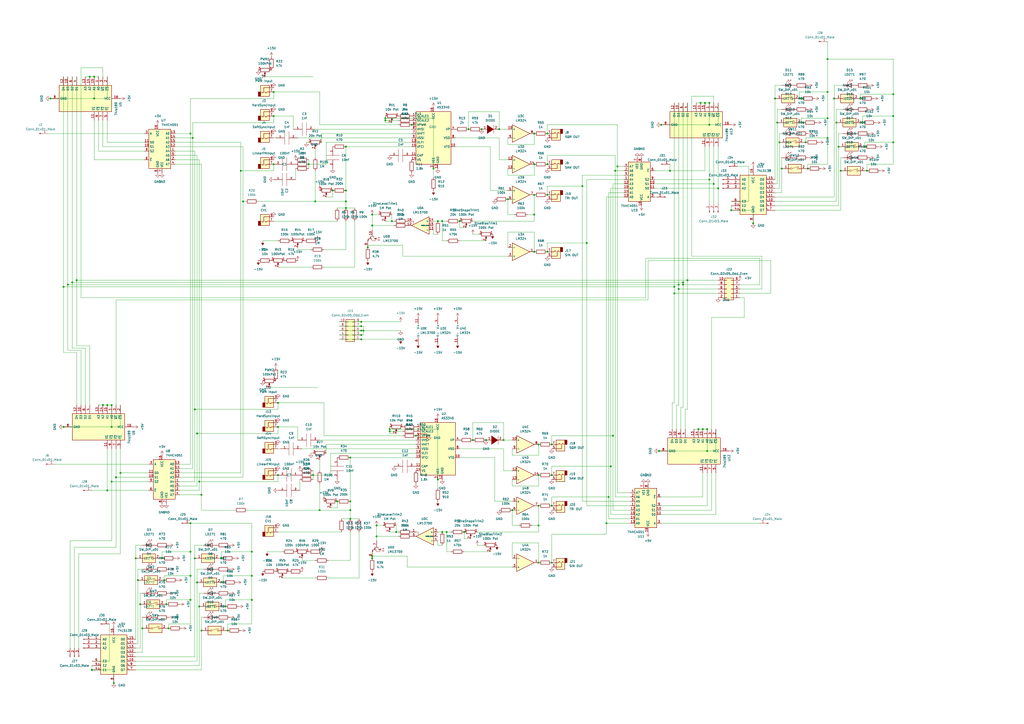
<source format=kicad_sch>
(kicad_sch (version 20211123) (generator eeschema)
  (paper "A2")
  (junction (at 406.4 59.69))
  (junction (at 130.81 351.79))
  (junction (at 200.66 110.49))
  (junction (at 312.42 326.39))
  (junction (at 292.1 255.27))
  (junction (at 320.04 326.39))
  (junction (at 116.84 287.02))
  (junction (at 320.04 275.59))
  (junction (at 218.44 311.15))
  (junction (at 320.04 257.81))
  (junction (at 93.98 323.85))
  (junction (at 499.11 57.15))
  (junction (at 518.16 54.61))
  (junction (at 139.7 99.06))
  (junction (at 411.48 104.14))
  (junction (at 110.49 320.04))
  (junction (at 200.66 85.09))
  (junction (at 62.23 284.48))
  (junction (at 408.94 59.69))
  (junction (at 227.33 128.27))
  (junction (at 398.78 162.56))
  (junction (at 411.48 59.69))
  (junction (at 320.04 293.37))
  (junction (at 467.36 82.55))
  (junction (at 96.52 350.52))
  (junction (at 486.41 85.09))
  (junction (at 468.63 97.79))
  (junction (at 414.02 106.68))
  (junction (at 485.14 71.12))
  (junction (at 297.18 295.91))
  (junction (at 209.55 196.85))
  (junction (at 501.65 85.09))
  (junction (at 223.52 68.58))
  (junction (at 115.57 351.79))
  (junction (at 146.05 320.04))
  (junction (at 114.3 337.82))
  (junction (at 179.07 95.25))
  (junction (at 158.75 67.31))
  (junction (at 158.75 95.25))
  (junction (at 113.03 237.49))
  (junction (at 309.88 146.05))
  (junction (at 69.85 274.32))
  (junction (at 81.28 350.52))
  (junction (at 129.54 337.82))
  (junction (at 382.27 261.62))
  (junction (at 502.92 99.06))
  (junction (at 480.06 53.34))
  (junction (at 62.23 234.95))
  (junction (at 391.16 170.18))
  (junction (at 312.42 293.37))
  (junction (at 254 278.13))
  (junction (at 312.42 257.81))
  (junction (at 161.29 275.59))
  (junction (at 269.24 308.61))
  (junction (at 215.9 124.46))
  (junction (at 396.24 163.83))
  (junction (at 416.56 109.22))
  (junction (at 226.06 248.92))
  (junction (at 271.78 74.93))
  (junction (at 213.36 143.51))
  (junction (at 29.21 57.15))
  (junction (at 209.55 186.69))
  (junction (at 210.82 191.77))
  (junction (at 64.77 234.95))
  (junction (at 67.31 276.86))
  (junction (at 110.49 77.47))
  (junction (at 110.49 334.01))
  (junction (at 200.66 120.65))
  (junction (at 80.01 336.55))
  (junction (at 78.74 323.85))
  (junction (at 110.49 347.98))
  (junction (at 452.12 82.55))
  (junction (at 203.2 300.99))
  (junction (at 182.88 116.84))
  (junction (at 215.9 130.81))
  (junction (at 161.29 247.65))
  (junction (at 128.27 323.85))
  (junction (at 203.2 265.43))
  (junction (at 66.04 396.24))
  (junction (at 44.45 162.56))
  (junction (at 411.48 72.39))
  (junction (at 256.54 128.27))
  (junction (at 309.88 113.03))
  (junction (at 36.83 247.65))
  (junction (at 185.42 295.91))
  (junction (at 41.91 163.83))
  (junction (at 450.85 71.12))
  (junction (at 259.08 308.61))
  (junction (at 238.76 72.39))
  (junction (at 200.66 116.84))
  (junction (at 215.9 323.85))
  (junction (at 195.58 290.83))
  (junction (at 54.61 44.45))
  (junction (at 209.55 194.31))
  (junction (at 312.42 304.8))
  (junction (at 353.06 288.29))
  (junction (at 111.76 80.01))
  (junction (at 54.61 57.15))
  (junction (at 36.83 166.37))
  (junction (at 279.4 74.93))
  (junction (at 480.06 34.29))
  (junction (at 59.69 234.95))
  (junction (at 309.88 95.25))
  (junction (at 39.37 165.1))
  (junction (at 289.56 74.93))
  (junction (at 251.46 97.79))
  (junction (at 518.16 67.31))
  (junction (at 229.87 308.61))
  (junction (at 487.68 99.06))
  (junction (at 209.55 191.77))
  (junction (at 410.21 248.92))
  (junction (at 340.36 140.97))
  (junction (at 480.06 68.58))
  (junction (at 309.88 124.46))
  (junction (at 317.5 113.03))
  (junction (at 466.09 71.12))
  (junction (at 518.16 82.55))
  (junction (at 161.29 233.68))
  (junction (at 337.82 107.95))
  (junction (at 193.04 110.49))
  (junction (at 218.44 304.8))
  (junction (at 52.07 44.45))
  (junction (at 388.62 99.06))
  (junction (at 110.49 303.53))
  (junction (at 158.75 53.34))
  (junction (at 203.2 295.91))
  (junction (at 317.5 95.25))
  (junction (at 383.54 72.39))
  (junction (at 396.24 165.1))
  (junction (at 483.87 57.15))
  (junction (at 405.13 248.92))
  (junction (at 351.79 303.53))
  (junction (at 114.3 251.46))
  (junction (at 407.67 248.92))
  (junction (at 358.14 96.52))
  (junction (at 203.2 290.83))
  (junction (at 113.03 323.85))
  (junction (at 424.18 121.92))
  (junction (at 453.39 97.79))
  (junction (at 146.05 334.01))
  (junction (at 226.06 250.19))
  (junction (at 294.64 115.57))
  (junction (at 354.33 270.51))
  (junction (at 436.88 129.54))
  (junction (at 256.54 308.61))
  (junction (at 64.77 279.4))
  (junction (at 266.7 128.27))
  (junction (at 281.94 255.27))
  (junction (at 317.5 77.47))
  (junction (at 393.7 167.64))
  (junction (at 53.34 388.62))
  (junction (at 215.9 322.58))
  (junction (at 181.61 275.59))
  (junction (at 132.08 365.76))
  (junction (at 223.52 69.85))
  (junction (at 95.25 336.55))
  (junction (at 464.82 57.15))
  (junction (at 241.3 252.73))
  (junction (at 356.87 99.06))
  (junction (at 97.79 364.49))
  (junction (at 500.38 71.12))
  (junction (at 82.55 364.49))
  (junction (at 309.88 77.47))
  (junction (at 449.58 57.15))
  (junction (at 274.32 255.27))
  (junction (at 64.77 247.65))
  (junction (at 115.57 279.4))
  (junction (at 140.97 116.84))
  (junction (at 116.84 365.76))
  (junction (at 410.21 261.62))
  (junction (at 146.05 347.98))
  (junction (at 393.7 165.1))
  (junction (at 209.55 189.23))
  (junction (at 254 128.27))
  (junction (at 312.42 275.59))
  (junction (at 391.16 166.37))
  (junction (at 317.5 146.05))
  (junction (at 355.6 252.73))
  (junction (at 480.06 80.01))
  (wire (pts (xy 213.36 142.24) (xy 213.36 143.51)))
  (wire (pts (xy 486.41 85.09) (xy 486.41 77.47)))
  (wire (pts (xy 254 283.21) (xy 254 278.13)))
  (wire (pts (xy 450.85 71.12) (xy 450.85 106.68)))
  (wire (pts (xy 312.42 314.96) (xy 312.42 326.39)))
  (wire (pts (xy 453.39 111.76) (xy 449.58 111.76)))
  (wire (pts (xy 485.14 63.5) (xy 485.14 71.12)))
  (wire (pts (xy 172.72 80.01) (xy 238.76 80.01)))
  (wire (pts (xy 93.98 320.04) (xy 110.49 320.04)))
  (wire (pts (xy 69.85 274.32) (xy 69.85 321.31)))
  (wire (pts (xy 424.18 116.84) (xy 434.34 116.84)))
  (wire (pts (xy 218.44 311.15) (xy 231.14 311.15)))
  (wire (pts (xy 254 248.92) (xy 254 278.13)))
  (wire (pts (xy 139.7 82.55) (xy 139.7 99.06)))
  (wire (pts (xy 59.69 234.95) (xy 62.23 234.95)))
  (wire (pts (xy 487.68 99.06) (xy 487.68 121.92)))
  (wire (pts (xy 215.9 124.46) (xy 219.71 124.46)))
  (wire (pts (xy 209.55 194.31) (xy 210.82 194.31)))
  (wire (pts (xy 52.07 200.66) (xy 52.07 234.95)))
  (wire (pts (xy 238.76 77.47) (xy 186.69 77.47)))
  (wire (pts (xy 129.54 337.82) (xy 129.54 334.01)))
  (wire (pts (xy 171.45 97.79) (xy 171.45 104.14)))
  (wire (pts (xy 251.46 128.27) (xy 254 128.27)))
  (wire (pts (xy 351.79 114.3) (xy 351.79 303.53)))
  (wire (pts (xy 200.66 120.65) (xy 205.74 120.65)))
  (wire (pts (xy 161.29 233.68) (xy 161.29 237.49)))
  (wire (pts (xy 113.03 323.85) (xy 113.03 316.23)))
  (wire (pts (xy 161.29 279.4) (xy 115.57 279.4)))
  (wire (pts (xy 78.74 386.08) (xy 115.57 386.08)))
  (wire (pts (xy 320.04 270.51) (xy 354.33 270.51)))
  (wire (pts (xy 317.5 113.03) (xy 317.5 107.95)))
  (wire (pts (xy 297.18 314.96) (xy 312.42 314.96)))
  (wire (pts (xy 203.2 265.43) (xy 203.2 290.83)))
  (wire (pts (xy 488.95 63.5) (xy 485.14 63.5)))
  (wire (pts (xy 209.55 191.77) (xy 210.82 191.77)))
  (wire (pts (xy 485.14 71.12) (xy 485.14 116.84)))
  (wire (pts (xy 195.58 294.64) (xy 195.58 290.83)))
  (wire (pts (xy 96.52 350.52) (xy 96.52 347.98)))
  (wire (pts (xy 361.95 114.3) (xy 351.79 114.3)))
  (wire (pts (xy 320.04 257.81) (xy 320.04 252.73)))
  (wire (pts (xy 416.56 109.22) (xy 416.56 118.11)))
  (wire (pts (xy 175.26 323.85) (xy 175.26 325.12)))
  (wire (pts (xy 483.87 114.3) (xy 483.87 57.15)))
  (wire (pts (xy 297.18 278.13) (xy 297.18 281.94)))
  (wire (pts (xy 337.82 290.83) (xy 365.76 290.83)))
  (wire (pts (xy 191.77 262.89) (xy 241.3 262.89)))
  (wire (pts (xy 394.97 236.22) (xy 396.24 236.22)))
  (wire (pts (xy 69.85 234.95) (xy 69.85 247.65)))
  (wire (pts (xy 393.7 234.95) (xy 392.43 234.95)))
  (wire (pts (xy 200.66 144.78) (xy 200.66 128.27)))
  (wire (pts (xy 40.64 313.69) (xy 40.64 375.92)))
  (wire (pts (xy 294.64 80.01) (xy 294.64 83.82)))
  (wire (pts (xy 185.42 295.91) (xy 203.2 295.91)))
  (wire (pts (xy 317.5 107.95) (xy 337.82 107.95)))
  (wire (pts (xy 356.87 90.17) (xy 356.87 99.06)))
  (wire (pts (xy 110.49 334.01) (xy 110.49 320.04)))
  (wire (pts (xy 407.67 288.29) (xy 383.54 288.29)))
  (wire (pts (xy 393.7 165.1) (xy 393.7 167.64)))
  (wire (pts (xy 486.41 119.38) (xy 486.41 85.09)))
  (wire (pts (xy 340.36 104.14) (xy 340.36 140.97)))
  (wire (pts (xy 412.75 184.15) (xy 431.8 184.15)))
  (wire (pts (xy 264.16 80.01) (xy 289.56 80.01)))
  (wire (pts (xy 320.04 326.39) (xy 320.04 309.88)))
  (wire (pts (xy 289.56 74.93) (xy 294.64 74.93)))
  (wire (pts (xy 254 128.27) (xy 256.54 128.27)))
  (wire (pts (xy 160.02 80.01) (xy 158.75 80.01)))
  (wire (pts (xy 114.3 90.17) (xy 101.6 90.17)))
  (wire (pts (xy 251.46 135.89) (xy 254 135.89)))
  (wire (pts (xy 96.52 347.98) (xy 110.49 347.98)))
  (wire (pts (xy 424.18 121.92) (xy 436.88 121.92)))
  (wire (pts (xy 292.1 245.11) (xy 274.32 245.11)))
  (wire (pts (xy 266.7 265.43) (xy 287.02 265.43)))
  (wire (pts (xy 57.15 69.85) (xy 57.15 87.63)))
  (wire (pts (xy 149.86 116.84) (xy 182.88 116.84)))
  (wire (pts (xy 292.1 273.05) (xy 297.18 273.05)))
  (wire (pts (xy 163.83 335.28) (xy 182.88 335.28)))
  (wire (pts (xy 284.48 85.09) (xy 284.48 110.49)))
  (wire (pts (xy 80.01 373.38) (xy 78.74 373.38)))
  (wire (pts (xy 229.87 251.46) (xy 226.06 251.46)))
  (wire (pts (xy 502.92 95.25) (xy 518.16 95.25)))
  (wire (pts (xy 292.1 255.27) (xy 297.18 255.27)))
  (wire (pts (xy 139.7 274.32) (xy 139.7 99.06)))
  (wire (pts (xy 414.02 106.68) (xy 379.73 106.68)))
  (wire (pts (xy 118.11 330.2) (xy 114.3 330.2)))
  (wire (pts (xy 356.87 99.06) (xy 356.87 288.29)))
  (wire (pts (xy 196.85 196.85) (xy 209.55 196.85)))
  (wire (pts (xy 129.54 334.01) (xy 146.05 334.01)))
  (wire (pts (xy 355.6 295.91) (xy 365.76 295.91)))
  (wire (pts (xy 233.68 148.59) (xy 294.64 148.59)))
  (wire (pts (xy 158.75 71.12) (xy 111.76 71.12)))
  (wire (pts (xy 64.77 279.4) (xy 86.36 279.4)))
  (wire (pts (xy 182.88 99.06) (xy 182.88 116.84)))
  (wire (pts (xy 483.87 57.15) (xy 483.87 49.53)))
  (wire (pts (xy 110.49 361.95) (xy 110.49 347.98)))
  (wire (pts (xy 223.52 68.58) (xy 223.52 67.31)))
  (wire (pts (xy 49.53 44.45) (xy 52.07 44.45)))
  (wire (pts (xy 441.96 148.59) (xy 441.96 167.64)))
  (wire (pts (xy 39.37 165.1) (xy 39.37 203.2)))
  (wire (pts (xy 95.25 334.01) (xy 110.49 334.01)))
  (wire (pts (xy 414.02 106.68) (xy 414.02 118.11)))
  (wire (pts (xy 294.64 115.57) (xy 294.64 124.46)))
  (wire (pts (xy 57.15 87.63) (xy 83.82 87.63)))
  (wire (pts (xy 95.25 336.55) (xy 95.25 334.01)))
  (wire (pts (xy 266.7 128.27) (xy 266.7 132.08)))
  (wire (pts (xy 434.34 96.52) (xy 434.34 116.84)))
  (wire (pts (xy 191.77 294.64) (xy 195.58 294.64)))
  (wire (pts (xy 468.63 95.25) (xy 480.06 95.25)))
  (wire (pts (xy 41.91 163.83) (xy 41.91 201.93)))
  (wire (pts (xy 187.96 252.73) (xy 187.96 233.68)))
  (wire (pts (xy 309.88 83.82) (xy 309.88 77.47)))
  (wire (pts (xy 287.02 290.83) (xy 297.18 290.83)))
  (wire (pts (xy 383.54 298.45) (xy 415.29 298.45)))
  (wire (pts (xy 391.16 170.18) (xy 391.16 233.68)))
  (wire (pts (xy 408.94 59.69) (xy 411.48 59.69)))
  (wire (pts (xy 62.23 44.45) (xy 62.23 57.15)))
  (wire (pts (xy 393.7 167.64) (xy 393.7 234.95)))
  (wire (pts (xy 181.61 278.13) (xy 181.61 275.59)))
  (wire (pts (xy 116.84 365.76) (xy 116.84 388.62)))
  (wire (pts (xy 215.9 124.46) (xy 215.9 130.81)))
  (wire (pts (xy 196.85 189.23) (xy 209.55 189.23)))
  (wire (pts (xy 317.5 95.25) (xy 317.5 90.17)))
  (wire (pts (xy 153.67 44.45) (xy 181.61 44.45)))
  (wire (pts (xy 111.76 80.01) (xy 111.76 271.78)))
  (wire (pts (xy 114.3 330.2) (xy 114.3 337.82)))
  (wire (pts (xy 189.23 95.25) (xy 179.07 95.25)))
  (wire (pts (xy 254 316.23) (xy 256.54 316.23)))
  (wire (pts (xy 411.48 104.14) (xy 411.48 85.09)))
  (wire (pts (xy 213.36 142.24) (xy 233.68 142.24)))
  (wire (pts (xy 452.12 109.22) (xy 452.12 82.55)))
  (wire (pts (xy 175.26 325.12) (xy 182.88 325.12)))
  (wire (pts (xy 190.5 335.28) (xy 208.28 335.28)))
  (wire (pts (xy 294.64 143.51) (xy 294.64 134.62)))
  (wire (pts (xy 82.55 364.49) (xy 82.55 378.46)))
  (wire (pts (xy 405.13 248.92) (xy 407.67 248.92)))
  (wire (pts (xy 320.04 288.29) (xy 353.06 288.29)))
  (wire (pts (xy 53.34 284.48) (xy 62.23 284.48)))
  (wire (pts (xy 356.87 99.06) (xy 361.95 99.06)))
  (wire (pts (xy 54.61 57.15) (xy 62.23 57.15)))
  (wire (pts (xy 427.99 96.52) (xy 434.34 96.52)))
  (wire (pts (xy 264.16 85.09) (xy 284.48 85.09)))
  (wire (pts (xy 266.7 139.7) (xy 281.94 139.7)))
  (wire (pts (xy 54.61 92.71) (xy 83.82 92.71)))
  (wire (pts (xy 186.69 77.47) (xy 186.69 82.55)))
  (wire (pts (xy 31.75 269.24) (xy 86.36 269.24)))
  (wire (pts (xy 289.56 80.01) (xy 289.56 92.71)))
  (wire (pts (xy 393.7 167.64) (xy 416.56 167.64)))
  (wire (pts (xy 374.65 172.72) (xy 374.65 149.86)))
  (wire (pts (xy 196.85 191.77) (xy 209.55 191.77)))
  (wire (pts (xy 162.56 260.35) (xy 161.29 260.35)))
  (wire (pts (xy 208.28 335.28) (xy 208.28 308.61)))
  (wire (pts (xy 394.97 248.92) (xy 394.97 236.22)))
  (wire (pts (xy 396.24 165.1) (xy 416.56 165.1)))
  (wire (pts (xy 401.32 55.88) (xy 401.32 148.59)))
  (wire (pts (xy 101.6 92.71) (xy 115.57 92.71)))
  (wire (pts (xy 64.77 234.95) (xy 64.77 247.65)))
  (wire (pts (xy 128.27 320.04) (xy 146.05 320.04)))
  (wire (pts (xy 67.31 173.99) (xy 375.92 173.99)))
  (wire (pts (xy 463.55 57.15) (xy 463.55 53.34)))
  (wire (pts (xy 412.75 295.91) (xy 383.54 295.91)))
  (wire (pts (xy 358.14 72.39) (xy 358.14 96.52)))
  (wire (pts (xy 187.96 252.73) (xy 233.68 252.73)))
  (wire (pts (xy 27.94 77.47) (xy 83.82 77.47)))
  (wire (pts (xy 223.52 69.85) (xy 223.52 68.58)))
  (wire (pts (xy 116.84 295.91) (xy 135.89 295.91)))
  (wire (pts (xy 69.85 274.32) (xy 86.36 274.32)))
  (wire (pts (xy 309.88 134.62) (xy 309.88 146.05)))
  (wire (pts (xy 227.33 124.46) (xy 227.33 128.27)))
  (wire (pts (xy 161.29 247.65) (xy 161.29 251.46)))
  (wire (pts (xy 287.02 265.43) (xy 287.02 290.83)))
  (wire (pts (xy 449.58 57.15) (xy 449.58 49.53)))
  (wire (pts (xy 269.24 312.42) (xy 273.05 312.42)))
  (wire (pts (xy 140.97 116.84) (xy 140.97 276.86)))
  (wire (pts (xy 391.16 59.69) (xy 391.16 166.37)))
  (wire (pts (xy 396.24 165.1) (xy 396.24 236.22)))
  (wire (pts (xy 355.6 106.68) (xy 361.95 106.68)))
  (wire (pts (xy 154.94 320.04) (xy 163.83 320.04)))
  (wire (pts (xy 467.36 80.01) (xy 480.06 80.01)))
  (wire (pts (xy 110.49 77.47) (xy 101.6 77.47)))
  (wire (pts (xy 215.9 322.58) (xy 236.22 322.58)))
  (wire (pts (xy 115.57 284.48) (xy 104.14 284.48)))
  (wire (pts (xy 215.9 321.31) (xy 215.9 322.58)))
  (wire (pts (xy 200.66 85.09) (xy 200.66 110.49)))
  (wire (pts (xy 161.29 154.94) (xy 180.34 154.94)))
  (wire (pts (xy 398.78 162.56) (xy 416.56 162.56)))
  (wire (pts (xy 46.99 203.2) (xy 46.99 234.95)))
  (wire (pts (xy 223.52 71.12) (xy 223.52 69.85)))
  (wire (pts (xy 64.77 279.4) (xy 64.77 313.69)))
  (wire (pts (xy 59.69 85.09) (xy 83.82 85.09)))
  (wire (pts (xy 259.08 320.04) (xy 261.62 320.04)))
  (wire (pts (xy 44.45 204.47) (xy 36.83 204.47)))
  (wire (pts (xy 401.32 148.59) (xy 441.96 148.59)))
  (wire (pts (xy 501.65 82.55) (xy 518.16 82.55)))
  (wire (pts (xy 158.75 53.34) (xy 158.75 57.15)))
  (wire (pts (xy 294.64 101.6) (xy 309.88 101.6)))
  (wire (pts (xy 113.03 316.23) (xy 118.11 316.23)))
  (wire (pts (xy 62.23 82.55) (xy 83.82 82.55)))
  (wire (pts (xy 210.82 189.23) (xy 210.82 191.77)))
  (wire (pts (xy 210.82 191.77) (xy 232.41 191.77)))
  (wire (pts (xy 388.62 99.06) (xy 408.94 99.06)))
  (wire (pts (xy 488.95 91.44) (xy 487.68 91.44)))
  (wire (pts (xy 236.22 322.58) (xy 236.22 328.93)))
  (wire (pts (xy 317.5 77.47) (xy 317.5 72.39)))
  (wire (pts (xy 115.57 351.79) (xy 115.57 344.17)))
  (wire (pts (xy 81.28 344.17) (xy 82.55 344.17)))
  (wire (pts (xy 62.23 260.35) (xy 62.23 284.48)))
  (wire (pts (xy 185.42 280.67) (xy 185.42 295.91)))
  (wire (pts (xy 312.42 281.94) (xy 312.42 275.59)))
  (wire (pts (xy 41.91 44.45) (xy 41.91 163.83)))
  (wire (pts (xy 114.3 251.46) (xy 114.3 281.94)))
  (wire (pts (xy 46.99 172.72) (xy 374.65 172.72)))
  (wire (pts (xy 218.44 304.8) (xy 222.25 304.8)))
  (wire (pts (xy 274.32 135.89) (xy 278.13 135.89)))
  (wire (pts (xy 182.88 74.93) (xy 238.76 74.93)))
  (wire (pts (xy 340.36 140.97) (xy 340.36 293.37)))
  (wire (pts (xy 172.72 144.78) (xy 180.34 144.78)))
  (wire (pts (xy 375.92 151.13) (xy 447.04 151.13)))
  (wire (pts (xy 320.04 275.59) (xy 320.04 270.51)))
  (wire (pts (xy 69.85 321.31) (xy 45.72 321.31)))
  (wire (pts (xy 116.84 287.02) (xy 116.84 295.91)))
  (wire (pts (xy 256.54 128.27) (xy 259.08 128.27)))
  (wire (pts (xy 337.82 101.6) (xy 361.95 101.6)))
  (wire (pts (xy 480.06 80.01) (xy 480.06 68.58)))
  (wire (pts (xy 209.55 186.69) (xy 232.41 186.69)))
  (wire (pts (xy 450.85 63.5) (xy 450.85 71.12)))
  (wire (pts (xy 116.84 287.02) (xy 116.84 95.25)))
  (wire (pts (xy 276.86 316.23) (xy 280.67 316.23)))
  (wire (pts (xy 113.03 237.49) (xy 161.29 237.49)))
  (wire (pts (xy 487.68 121.92) (xy 449.58 121.92)))
  (wire (pts (xy 172.72 143.51) (xy 172.72 144.78)))
  (wire (pts (xy 110.49 303.53) (xy 110.49 320.04)))
  (wire (pts (xy 269.24 320.04) (xy 284.48 320.04)))
  (wire (pts (xy 312.42 293.37) (xy 312.42 304.8)))
  (wire (pts (xy 453.39 91.44) (xy 453.39 97.79)))
  (wire (pts (xy 468.63 97.79) (xy 468.63 95.25)))
  (wire (pts (xy 177.8 82.55) (xy 179.07 82.55)))
  (wire (pts (xy 101.6 87.63) (xy 113.03 87.63)))
  (wire (pts (xy 340.36 293.37) (xy 365.76 293.37)))
  (wire (pts (xy 500.38 67.31) (xy 518.16 67.31)))
  (wire (pts (xy 156.21 224.79) (xy 184.15 224.79)))
  (wire (pts (xy 480.06 53.34) (xy 480.06 68.58)))
  (wire (pts (xy 44.45 162.56) (xy 44.45 200.66)))
  (wire (pts (xy 36.83 166.37) (xy 391.16 166.37)))
  (wire (pts (xy 447.04 170.18) (xy 429.26 170.18)))
  (wire (pts (xy 256.54 139.7) (xy 259.08 139.7)))
  (wire (pts (xy 414.02 85.09) (xy 414.02 106.68)))
  (wire (pts (xy 39.37 165.1) (xy 393.7 165.1)))
  (wire (pts (xy 337.82 107.95) (xy 337.82 101.6)))
  (wire (pts (xy 379.73 99.06) (xy 388.62 99.06)))
  (wire (pts (xy 80.01 336.55) (xy 80.01 373.38)))
  (wire (pts (xy 518.16 67.31) (xy 518.16 54.61)))
  (wire (pts (xy 196.85 186.69) (xy 209.55 186.69)))
  (wire (pts (xy 114.3 281.94) (xy 104.14 281.94)))
  (wire (pts (xy 113.03 279.4) (xy 104.14 279.4)))
  (wire (pts (xy 294.64 134.62) (xy 309.88 134.62)))
  (wire (pts (xy 450.85 106.68) (xy 449.58 106.68)))
  (wire (pts (xy 289.56 64.77) (xy 271.78 64.77)))
  (wire (pts (xy 114.3 251.46) (xy 114.3 90.17)))
  (wire (pts (xy 501.65 85.09) (xy 501.65 82.55)))
  (wire (pts (xy 411.48 72.39) (xy 383.54 72.39)))
  (wire (pts (xy 36.83 44.45) (xy 36.83 166.37)))
  (wire (pts (xy 209.55 189.23) (xy 210.82 189.23)))
  (wire (pts (xy 64.77 260.35) (xy 64.77 279.4)))
  (wire (pts (xy 414.02 55.88) (xy 401.32 55.88)))
  (wire (pts (xy 110.49 269.24) (xy 104.14 269.24)))
  (wire (pts (xy 41.91 201.93) (xy 49.53 201.93)))
  (wire (pts (xy 358.14 96.52) (xy 358.14 285.75)))
  (wire (pts (xy 115.57 92.71) (xy 115.57 279.4)))
  (wire (pts (xy 226.06 251.46) (xy 226.06 250.19)))
  (wire (pts (xy 254 308.61) (xy 256.54 308.61)))
  (wire (pts (xy 223.52 69.85) (xy 231.14 69.85)))
  (wire (pts (xy 388.62 95.25) (xy 388.62 99.06)))
  (wire (pts (xy 54.61 44.45) (xy 57.15 44.45)))
  (wire (pts (xy 274.32 245.11) (xy 274.32 255.27)))
  (wire (pts (xy 406.4 59.69) (xy 408.94 59.69)))
  (wire (pts (xy 317.5 140.97) (xy 317.5 146.05)))
  (wire (pts (xy 36.83 166.37) (xy 36.83 204.47)))
  (wire (pts (xy 41.91 163.83) (xy 396.24 163.83)))
  (wire (pts (xy 189.23 82.55) (xy 238.76 82.55)))
  (wire (pts (xy 312.42 304.8) (xy 308.61 304.8)))
  (wire (pts (xy 269.24 308.61) (xy 269.24 312.42)))
  (wire (pts (xy 449.58 114.3) (xy 483.87 114.3)))
  (wire (pts (xy 452.12 77.47) (xy 453.39 77.47)))
  (wire (pts (xy 294.64 83.82) (xy 309.88 83.82)))
  (wire (pts (xy 115.57 344.17) (xy 118.11 344.17)))
  (wire (pts (xy 452.12 82.55) (xy 452.12 77.47)))
  (wire (pts (xy 67.31 276.86) (xy 86.36 276.86)))
  (wire (pts (xy 312.42 264.16) (xy 312.42 257.81)))
  (wire (pts (xy 205.74 154.94) (xy 205.74 128.27)))
  (wire (pts (xy 81.28 350.52) (xy 81.28 344.17)))
  (wire (pts (xy 185.42 72.39) (xy 185.42 53.34)))
  (wire (pts (xy 226.06 250.19) (xy 233.68 250.19)))
  (wire (pts (xy 69.85 247.65) (xy 64.77 247.65)))
  (wire (pts (xy 383.54 293.37) (xy 410.21 293.37)))
  (wire (pts (xy 500.38 71.12) (xy 500.38 67.31)))
  (wire (pts (xy 158.75 53.34) (xy 185.42 53.34)))
  (wire (pts (xy 161.29 251.46) (xy 114.3 251.46)))
  (wire (pts (xy 403.86 59.69) (xy 406.4 59.69)))
  (wire (pts (xy 379.73 109.22) (xy 416.56 109.22)))
  (wire (pts (xy 391.16 170.18) (xy 416.56 170.18)))
  (wire (pts (xy 146.05 361.95) (xy 146.05 347.98)))
  (wire (pts (xy 158.75 99.06) (xy 158.75 95.25)))
  (wire (pts (xy 54.61 69.85) (xy 54.61 92.71)))
  (wire (pts (xy 480.06 68.58) (xy 464.82 68.58)))
  (wire (pts (xy 436.88 121.92) (xy 436.88 129.54)))
  (wire (pts (xy 383.54 303.53) (xy 440.69 303.53)))
  (wire (pts (xy 52.07 44.45) (xy 54.61 44.45)))
  (wire (pts (xy 53.34 383.54) (xy 63.5 383.54)))
  (wire (pts (xy 389.89 248.92) (xy 389.89 233.68)))
  (wire (pts (xy 467.36 82.55) (xy 467.36 80.01)))
  (wire (pts (xy 97.79 364.49) (xy 97.79 361.95)))
  (wire (pts (xy 113.03 381) (xy 113.03 323.85)))
  (wire (pts (xy 351.79 303.53) (xy 365.76 303.53)))
  (wire (pts (xy 294.64 97.79) (xy 294.64 101.6)))
  (wire (pts (xy 146.05 320.04) (xy 146.05 303.53)))
  (wire (pts (xy 431.8 184.15) (xy 431.8 172.72)))
  (wire (pts (xy 43.18 317.5) (xy 67.31 317.5)))
  (wire (pts (xy 266.7 132.08) (xy 270.51 132.08)))
  (wire (pts (xy 309.88 124.46) (xy 306.07 124.46)))
  (wire (pts (xy 44.45 234.95) (xy 44.45 204.47)))
  (wire (pts (xy 353.06 111.76) (xy 361.95 111.76)))
  (wire (pts (xy 424.18 119.38) (xy 424.18 121.92)))
  (wire (pts (xy 397.51 237.49) (xy 397.51 248.92)))
  (wire (pts (xy 361.95 104.14) (xy 340.36 104.14)))
  (wire (pts (xy 59.69 69.85) (xy 59.69 85.09)))
  (wire (pts (xy 271.78 64.77) (xy 271.78 74.93)))
  (wire (pts (xy 453.39 63.5) (xy 450.85 63.5)))
  (wire (pts (xy 93.98 323.85) (xy 93.98 320.04)))
  (wire (pts (xy 411.48 104.14) (xy 411.48 118.11)))
  (wire (pts (xy 203.2 265.43) (xy 241.3 265.43)))
  (wire (pts (xy 113.03 237.49) (xy 113.03 279.4)))
  (wire (pts (xy 449.58 109.22) (xy 452.12 109.22)))
  (wire (pts (xy 111.76 80.01) (xy 101.6 80.01)))
  (wire (pts (xy 78.74 375.92) (xy 81.28 375.92)))
  (wire (pts (xy 132.08 365.76) (xy 132.08 361.95)))
  (wire (pts (xy 312.42 304.8) (xy 312.42 308.61)))
  (wire (pts (xy 396.24 163.83) (xy 396.24 165.1)))
  (wire (pts (xy 110.49 347.98) (xy 110.49 334.01)))
  (wire (pts (xy 81.28 375.92) (xy 81.28 350.52)))
  (wire (pts (xy 193.04 114.3) (xy 193.04 110.49)))
  (wire (pts (xy 181.61 273.05) (xy 181.61 275.59)))
  (wire (pts (xy 354.33 298.45) (xy 365.76 298.45)))
  (wire (pts (xy 317.5 72.39) (xy 358.14 72.39)))
  (wire (pts (xy 297.18 281.94) (xy 312.42 281.94)))
  (wire (pts (xy 146.05 303.53) (xy 110.49 303.53)))
  (wire (pts (xy 241.3 257.81) (xy 189.23 257.81)))
  (wire (pts (xy 337.82 107.95) (xy 337.82 290.83)))
  (wire (pts (xy 226.06 248.92) (xy 226.06 247.65)))
  (wire (pts (xy 499.11 57.15) (xy 499.11 54.61)))
  (wire (pts (xy 320.04 309.88) (xy 351.79 309.88)))
  (wire (pts (xy 203.2 295.91) (xy 203.2 300.99)))
  (wire (pts (xy 179.07 92.71) (xy 179.07 95.25)))
  (wire (pts (xy 53.34 388.62) (xy 66.04 388.62)))
  (wire (pts (xy 161.29 275.59) (xy 161.29 279.4)))
  (wire (pts (xy 223.52 68.58) (xy 251.46 68.58)))
  (wire (pts (xy 44.45 200.66) (xy 52.07 200.66)))
  (wire (pts (xy 392.43 234.95) (xy 392.43 248.92)))
  (wire (pts (xy 78.74 323.85) (xy 78.74 316.23)))
  (wire (pts (xy 320.04 293.37) (xy 320.04 288.29)))
  (wire (pts (xy 215.9 130.81) (xy 215.9 133.35)))
  (wire (pts (xy 46.99 39.37) (xy 46.99 172.72)))
  (wire (pts (xy 45.72 321.31) (xy 45.72 375.92)))
  (wire (pts (xy 486.41 77.47) (xy 488.95 77.47)))
  (wire (pts (xy 43.18 317.5) (xy 43.18 375.92)))
  (wire (pts (xy 441.96 167.64) (xy 429.26 167.64)))
  (wire (pts (xy 227.33 71.12) (xy 223.52 71.12)))
  (wire (pts (xy 292.1 260.35) (xy 292.1 273.05)))
  (wire (pts (xy 233.68 142.24) (xy 233.68 148.59)))
  (wire (pts (xy 101.6 85.09) (xy 140.97 85.09)))
  (wire (pts (xy 128.27 323.85) (xy 128.27 320.04)))
  (wire (pts (xy 411.48 59.69) (xy 411.48 72.39)))
  (wire (pts (xy 408.94 85.09) (xy 408.94 99.06)))
  (wire (pts (xy 64.77 313.69) (xy 40.64 313.69)))
  (wire (pts (xy 361.95 109.22) (xy 354.33 109.22)))
  (wire (pts (xy 140.97 276.86) (xy 104.14 276.86)))
  (wire (pts (xy 185.42 72.39) (xy 231.14 72.39)))
  (wire (pts (xy 294.64 124.46) (xy 298.45 124.46)))
  (wire (pts (xy 226.06 248.92) (xy 254 248.92)))
  (wire (pts (xy 116.84 358.14) (xy 116.84 365.76)))
  (wire (pts (xy 320.04 252.73) (xy 355.6 252.73)))
  (wire (pts (xy 440.69 165.1) (xy 429.26 165.1)))
  (wire (pts (xy 226.06 250.19) (xy 226.06 248.92)))
  (wire (pts (xy 449.58 104.14) (xy 449.58 57.15)))
  (wire (pts (xy 54.61 44.45) (xy 54.61 57.15)))
  (wire (pts (xy 229.87 308.61) (xy 231.14 308.61)))
  (wire (pts (xy 453.39 97.79) (xy 453.39 111.76)))
  (wire (pts (xy 256.54 128.27) (xy 256.54 139.7)))
  (wire (pts (xy 185.42 266.7) (xy 185.42 273.05)))
  (wire (pts (xy 66.04 388.62) (xy 66.04 396.24)))
  (wire (pts (xy 110.49 57.15) (xy 110.49 77.47)))
  (wire (pts (xy 49.53 234.95) (xy 49.53 201.93)))
  (wire (pts (xy 200.66 110.49) (xy 200.66 116.84)))
  (wire (pts (xy 182.88 86.36) (xy 182.88 91.44)))
  (wire (pts (xy 354.33 109.22) (xy 354.33 270.51)))
  (wire (pts (xy 111.76 271.78) (xy 104.14 271.78)))
  (wire (pts (xy 251.46 102.87) (xy 251.46 97.79)))
  (wire (pts (xy 415.29 298.45) (xy 415.29 274.32)))
  (wire (pts (xy 44.45 162.56) (xy 398.78 162.56)))
  (wire (pts (xy 175.26 260.35) (xy 241.3 260.35)))
  (wire (pts (xy 431.8 172.72) (xy 429.26 172.72)))
  (wire (pts (xy 449.58 119.38) (xy 486.41 119.38)))
  (wire (pts (xy 158.75 128.27) (xy 195.58 128.27)))
  (wire (pts (xy 187.96 144.78) (xy 200.66 144.78)))
  (wire (pts (xy 398.78 237.49) (xy 397.51 237.49)))
  (wire (pts (xy 64.77 247.65) (xy 36.83 247.65)))
  (wire (pts (xy 416.56 72.39) (xy 411.48 72.39)))
  (wire (pts (xy 487.68 91.44) (xy 487.68 99.06)))
  (wire (pts (xy 227.33 128.27) (xy 228.6 128.27)))
  (wire (pts (xy 140.97 116.84) (xy 142.24 116.84)))
  (wire (pts (xy 67.31 317.5) (xy 67.31 276.86)))
  (wire (pts (xy 139.7 99.06) (xy 158.75 99.06)))
  (wire (pts (xy 464.82 71.12) (xy 466.09 71.12)))
  (wire (pts (xy 251.46 133.35) (xy 251.46 135.89)))
  (wire (pts (xy 398.78 59.69) (xy 398.78 162.56)))
  (wire (pts (xy 114.3 337.82) (xy 114.3 383.54)))
  (wire (pts (xy 410.21 248.92) (xy 410.21 261.62)))
  (wire (pts (xy 67.31 260.35) (xy 67.31 276.86)))
  (wire (pts (xy 78.74 381) (xy 113.03 381)))
  (wire (pts (xy 218.44 304.8) (xy 218.44 311.15)))
  (wire (pts (xy 353.06 288.29) (xy 353.06 111.76)))
  (wire (pts (xy 69.85 260.35) (xy 69.85 274.32)))
  (wire (pts (xy 203.2 290.83) (xy 203.2 295.91)))
  (wire (pts (xy 297.18 264.16) (xy 312.42 264.16)))
  (wire (pts (xy 161.29 247.65) (xy 172.72 247.65)))
  (wire (pts (xy 485.14 116.84) (xy 449.58 116.84)))
  (wire (pts (xy 44.45 44.45) (xy 44.45 162.56)))
  (wire (pts (xy 172.72 247.65) (xy 172.72 255.27)))
  (wire (pts (xy 518.16 82.55) (xy 518.16 67.31)))
  (wire (pts (xy 130.81 351.79) (xy 130.81 347.98)))
  (wire (pts (xy 412.75 274.32) (xy 412.75 295.91)))
  (wire (pts (xy 499.11 54.61) (xy 518.16 54.61)))
  (wire (pts (xy 289.56 74.93) (xy 289.56 64.77)))
  (wire (pts (xy 198.12 300.99) (xy 203.2 300.99)))
  (wire (pts (xy 196.85 194.31) (xy 209.55 194.31)))
  (wire (pts (xy 379.73 114.3) (xy 381 114.3)))
  (wire (pts (xy 415.29 248.92) (xy 415.29 261.62)))
  (wire (pts (xy 116.84 388.62) (xy 78.74 388.62)))
  (wire (pts (xy 63.5 361.95) (xy 63.5 383.54)))
  (wire (pts (xy 191.77 262.89) (xy 191.77 275.59)))
  (wire (pts (xy 389.89 233.68) (xy 391.16 233.68)))
  (wire (pts (xy 356.87 288.29) (xy 365.76 288.29)))
  (wire (pts (xy 29.21 57.15) (xy 54.61 57.15)))
  (wire (pts (xy 203.2 325.12) (xy 203.2 308.61)))
  (wire (pts (xy 412.75 248.92) (xy 412.75 184.15)))
  (wire (pts (xy 116.84 95.25) (xy 101.6 95.25)))
  (wire (pts (xy 414.02 59.69) (xy 414.02 55.88)))
  (wire (pts (xy 353.06 300.99) (xy 365.76 300.99)))
  (wire (pts (xy 393.7 59.69) (xy 393.7 165.1)))
  (wire (pts (xy 440.69 149.86) (xy 440.69 165.1)))
  (wire (pts (xy 266.7 260.35) (xy 292.1 260.35)))
  (wire (pts (xy 210.82 191.77) (xy 210.82 194.31)))
  (wire (pts (xy 309.88 101.6) (xy 309.88 95.25)))
  (wire (pts (xy 187.96 154.94) (xy 205.74 154.94)))
  (wire (pts (xy 158.75 67.31) (xy 158.75 71.12)))
  (wire (pts (xy 111.76 71.12) (xy 111.76 80.01)))
  (wire (pts (xy 410.21 293.37) (xy 410.21 274.32)))
  (wire (pts (xy 110.49 77.47) (xy 110.49 269.24)))
  (wire (pts (xy 340.36 140.97) (xy 317.5 140.97)))
  (wire (pts (xy 398.78 162.56) (xy 398.78 237.49)))
  (wire (pts (xy 407.67 248.92) (xy 410.21 248.92)))
  (wire (pts (xy 39.37 203.2) (xy 46.99 203.2)))
  (wire (pts (xy 161.29 233.68) (xy 187.96 233.68)))
  (wire (pts (xy 62.23 234.95) (xy 64.77 234.95)))
  (wire (pts (xy 251.46 68.58) (xy 251.46 97.79)))
  (wire (pts (xy 229.87 304.8) (xy 229.87 308.61)))
  (wire (pts (xy 259.08 308.61) (xy 261.62 308.61)))
  (wire (pts (xy 254 313.69) (xy 254 316.23)))
  (wire (pts (xy 195.58 120.65) (xy 200.66 120.65)))
  (wire (pts (xy 226.06 308.61) (xy 229.87 308.61)))
  (wire (pts (xy 256.54 308.61) (xy 259.08 308.61)))
  (wire (pts (xy 215.9 130.81) (xy 228.6 130.81)))
  (wire (pts (xy 223.52 128.27) (xy 227.33 128.27)))
  (wire (pts (xy 170.18 67.31) (xy 170.18 74.93)))
  (wire (pts (xy 391.16 166.37) (xy 391.16 170.18)))
  (wire (pts (xy 379.73 104.14) (xy 411.48 104.14)))
  (wire (pts (xy 139.7 82.55) (xy 101.6 82.55)))
  (wire (pts (xy 146.05 347.98) (xy 146.05 334.01)))
  (wire (pts (xy 396.24 59.69) (xy 396.24 163.83)))
  (wire (pts (xy 158.75 67.31) (xy 170.18 67.31)))
  (wire (pts (xy 297.18 260.35) (xy 297.18 264.16)))
  (wire (pts (xy 143.51 295.91) (xy 185.42 295.91)))
  (wire (pts (xy 289.56 92.71) (xy 294.64 92.71)))
  (wire (pts (xy 463.55 57.15) (xy 464.82 57.15)))
  (wire (pts (xy 447.04 151.13) (xy 447.04 170.18)))
  (wire (pts (xy 483.87 49.53) (xy 488.95 49.53)))
  (wire (pts (xy 375.92 173.99) (xy 375.92 151.13)))
  (wire (pts (xy 353.06 288.29) (xy 353.06 300.99)))
  (wire (pts (xy 518.16 34.29) (xy 480.06 34.29)))
  (wire (pts (xy 62.23 69.85) (xy 62.23 82.55)))
  (wire (pts (xy 309.88 128.27) (xy 274.32 128.27)))
  (wire (pts (xy 297.18 304.8) (xy 300.99 304.8)))
  (wire (pts (xy 189.23 114.3) (xy 193.04 114.3)))
  (wire (pts (xy 104.14 274.32) (xy 139.7 274.32)))
  (wire (pts (xy 463.55 53.34) (xy 480.06 53.34)))
  (wire (pts (xy 140.97 85.09) (xy 140.97 116.84)))
  (wire (pts (xy 39.37 44.45) (xy 39.37 165.1)))
  (wire (pts (xy 53.34 386.08) (xy 53.34 388.62)))
  (wire (pts (xy 317.5 90.17) (xy 356.87 90.17)))
  (wire (pts (xy 297.18 323.85) (xy 297.18 314.96)))
  (wire (pts (xy 464.82 68.58) (xy 464.82 71.12)))
  (wire (pts (xy 113.03 87.63) (xy 113.03 237.49)))
  (wire (pts (xy 236.22 328.93) (xy 297.18 328.93)))
  (wire (pts (xy 358.14 285.75) (xy 365.76 285.75)))
  (wire (pts (xy 518.16 54.61) (xy 518.16 34.29)))
  (wire (pts (xy 351.79 309.88) (xy 351.79 303.53)))
  (wire (pts (xy 180.34 262.89) (xy 181.61 262.89)))
  (wire (pts (xy 67.31 234.95) (xy 67.31 173.99)))
  (wire (pts (xy 415.29 261.62) (xy 410.21 261.62)))
  (wire (pts (xy 82.55 330.2) (xy 80.01 330.2)))
  (wire (pts (xy 189.23 82.55) (xy 189.23 95.25)))
  (wire (pts (xy 312.42 308.61) (xy 276.86 308.61)))
  (wire (pts (xy 480.06 95.25) (xy 480.06 80.01)))
  (wire (pts (xy 309.88 124.46) (xy 309.88 128.27)))
  (wire (pts (xy 218.44 311.15) (xy 218.44 313.69)))
  (wire (pts (xy 355.6 252.73) (xy 355.6 106.68)))
  (wire (pts (xy 374.65 149.86) (xy 440.69 149.86)))
  (wire (pts (xy 200.66 116.84) (xy 200.66 120.65)))
  (wire (pts (xy 115.57 279.4) (xy 115.57 284.48)))
  (wire (pts (xy 209.55 196.85) (xy 232.41 196.85)))
  (wire (pts (xy 158.75 57.15) (xy 110.49 57.15)))
  (wire (pts (xy 402.59 248.92) (xy 405.13 248.92)))
  (wire (pts (xy 358.14 96.52) (xy 361.95 96.52)))
  (wire (pts (xy 292.1 255.27) (xy 292.1 245.11)))
  (wire (pts (xy 416.56 85.09) (xy 416.56 109.22)))
  (wire (pts (xy 161.29 308.61) (xy 198.12 308.61)))
  (wire (pts (xy 416.56 59.69) (xy 416.56 72.39)))
  (wire (pts (xy 82.55 378.46) (xy 78.74 378.46)))
  (wire (pts (xy 259.08 308.61) (xy 259.08 320.04)))
  (wire (pts (xy 179.07 97.79) (xy 179.07 95.25)))
  (wire (pts (xy 78.74 316.23) (xy 82.55 316.23)))
  (wire (pts (xy 114.3 383.54) (xy 78.74 383.54)))
  (wire (pts (xy 182.88 116.84) (xy 200.66 116.84)))
  (wire (pts (xy 173.99 278.13) (xy 173.99 284.48)))
  (wire (pts (xy 518.16 95.25) (xy 518.16 82.55)))
  (wire (pts (xy 118.11 358.14) (xy 116.84 358.14)))
  (wire (pts (xy 297.18 295.91) (xy 297.18 304.8)))
  (wire (pts (xy 449.58 49.53) (xy 453.39 49.53)))
  (wire (pts (xy 407.67 274.32) (xy 407.67 288.29)))
  (wire (pts (xy 189.23 257.81) (xy 189.23 262.89)))
  (wire (pts (xy 57.15 234.95) (xy 59.69 234.95)))
  (wire (pts (xy 97.79 361.95) (xy 110.49 361.95)))
  (wire (pts (xy 191.77 275.59) (xy 181.61 275.59)))
  (wire (pts (xy 132.08 361.95) (xy 146.05 361.95)))
  (wire (pts (xy 309.88 113.03) (xy 309.88 124.46)))
  (wire (pts (xy 82.55 358.14) (xy 82.55 364.49)))
  (wire (pts (xy 480.06 34.29) (xy 480.06 53.34)))
  (wire (pts (xy 152.4 139.7) (xy 161.29 139.7)))
  (wire (pts (xy 62.23 284.48) (xy 86.36 284.48)))
  (wire (pts (xy 115.57 386.08) (xy 115.57 351.79)))
  (wire (pts (xy 185.42 255.27) (xy 241.3 255.27)))
  (wire (pts (xy 502.92 99.06) (xy 502.92 95.25)))
  (wire (pts (xy 354.33 270.51) (xy 354.33 298.45)))
  (wire (pts (xy 80.01 330.2) (xy 80.01 336.55)))
  (wire (pts (xy 104.14 287.02) (xy 116.84 287.02)))
  (wire (pts (xy 410.21 261.62) (xy 382.27 261.62)))
  (wire (pts (xy 200.66 85.09) (xy 238.76 85.09)))
  (wire (pts (xy 190.5 325.12) (xy 203.2 325.12)))
  (wire (pts (xy 130.81 347.98) (xy 146.05 347.98)))
  (wire (pts (xy 146.05 334.01) (xy 146.05 320.04)))
  (wire (pts (xy 59.69 44.45) (xy 59.69 39.37)))
  (wire (pts (xy 215.9 322.58) (xy 215.9 323.85)))
  (wire (pts (xy 59.69 39.37) (xy 46.99 39.37)))
  (wire (pts (xy 203.2 300.99) (xy 208.28 300.99)))
  (wire (pts (xy 480.06 24.13) (xy 480.06 34.29)))
  (wire (pts (xy 355.6 252.73) (xy 355.6 295.91)))
  (wire (pts (xy 284.48 110.49) (xy 294.64 110.49)))
  (wire (pts (xy 78.74 370.84) (xy 78.74 323.85)))
  (symbol (lib_id "power:+15V") (at 173.99 273.05 0) (unit 1)
    (property "Reference" "#PWR0181" (effects hide))
    (property "Value" "+15V" (at 173.99 267.97 0))
  )
  (symbol (lib_id "power:GND") (at 161.29 284.48 270) (unit 1)
    (property "Reference" "#PWR0184" (effects hide))
    (property "Value" "GND" (at 156.21 284.48 0))
  )
  (symbol (lib_id "Connector:AudioJack2") (at 156.21 308.61 0) (unit 1)
    (property "Reference" "J16" (at 155.575 299.72 0))
    (property "Value" "CV1" (at 155.575 302.26 0))
    (property "Footprint" "Connector_Audio:Jack_3.5mm_PJ320E_Horizontal" (effects hide))
  )
  (symbol (lib_id "power:+5V") (at 133.35 344.17 270) (unit 1)
    (property "Reference" "#PWR0207" (effects hide))
    (property "Value" "+5V" (at 138.43 344.17 0))
  )
  (symbol (lib_id "Device:R") (at 275.59 74.93 90) (unit 1)
    (property "Reference" "R59" (at 275.59 68.58 90))
    (property "Value" "47k" (at 275.59 71.12 90))
    (property "Footprint" "Resistor_THT:R_Axial_DIN0204_L3.6mm_D1.6mm_P5.08mm_Horizontal" (effects hide))
  )
  (symbol (lib_id "power:GND") (at 36.83 247.65 270) (unit 1)
    (property "Reference" "#PWR0195" (effects hide))
    (property "Value" "GND" (at 31.75 247.65 0))
  )
  (symbol (lib_id "Switch:SW_DIP_x01") (at 86.36 323.85 0) (unit 1)
    (property "Reference" "SW1" (at 86.36 316.23 0))
    (property "Value" "SW_DIP_x01" (at 86.36 318.77 0))
    (property "Footprint" "Button_Switch_THT:SW_TH_Tactile_Omron_B3F-10xx" (effects hide))
  )
  (symbol (lib_id "Device:R") (at 245.11 252.73 90) (unit 1)
    (property "Reference" "R50" (at 245.11 246.38 90))
    (property "Value" "47k" (at 245.11 248.92 90))
    (property "Footprint" "Resistor_THT:R_Axial_DIN0204_L3.6mm_D1.6mm_P5.08mm_Horizontal" (effects hide))
  )
  (symbol (lib_id "power:+5V") (at 429.26 162.56 0) (unit 1)
    (property "Reference" "#PWR0129" (effects hide))
    (property "Value" "+5V" (at 431.8 161.2899 0) (effects (justify left)))
  )
  (symbol (lib_id "power:GND") (at 383.54 72.39 270) (unit 1)
    (property "Reference" "#PWR0132" (effects hide))
    (property "Value" "GND" (at 378.46 72.39 0))
  )
  (symbol (lib_id "power:+5V") (at 97.79 358.14 270) (unit 1)
    (property "Reference" "#PWR0212" (effects hide))
    (property "Value" "+5V" (at 102.87 358.14 0))
  )
  (symbol (lib_id "power:GND") (at 158.75 77.47 180) (unit 1)
    (property "Reference" "#PWR0104" (effects hide))
    (property "Value" "GND" (at 161.29 76.1999 0) (effects (justify right)))
  )
  (symbol (lib_id "pspice:C") (at 234.95 270.51 90) (unit 1)
    (property "Reference" "C12" (at 234.95 261.62 90))
    (property "Value" "1nf" (at 234.95 264.16 90))
    (property "Footprint" "Capacitor_SMD:C_1206_3216Metric_Pad1.33x1.80mm_HandSolder" (effects hide))
  )
  (symbol (lib_id "Device:R") (at 254 132.08 180) (unit 1)
    (property "Reference" "R51" (at 256.54 130.8099 0) (effects (justify right)))
    (property "Value" "1k" (at 256.54 133.3499 0) (effects (justify right)))
    (property "Footprint" "Resistor_SMD:R_1206_3216Metric_Pad1.30x1.75mm_HandSolder" (effects hide))
  )
  (symbol (lib_id "power:+15V") (at 254 184.15 0) (unit 1)
    (property "Reference" "#PWR0139" (effects hide))
    (property "Value" "+15V" (at 254 179.07 0))
  )
  (symbol (lib_id "pspice:C") (at 176.53 74.93 90) (unit 1)
    (property "Reference" "C3" (at 176.53 66.04 90))
    (property "Value" "1nf" (at 176.53 68.58 90))
    (property "Footprint" "Capacitor_SMD:C_1206_3216Metric_Pad1.33x1.80mm_HandSolder" (effects hide))
  )
  (symbol (lib_id "Switch:SW_DIP_x01") (at 457.2 57.15 0) (unit 1)
    (property "Reference" "SW9" (at 457.2 49.53 0))
    (property "Value" "SW_DIP_x01" (at 457.2 52.07 0))
    (property "Footprint" "Button_Switch_THT:SW_TH_Tactile_Omron_B3F-10xx" (effects hide))
  )
  (symbol (lib_id "Switch:SW_DIP_x01") (at 495.3 99.06 0) (unit 1)
    (property "Reference" "SW16" (at 495.3 91.44 0))
    (property "Value" "SW_DIP_x01" (at 495.3 93.98 0))
    (property "Footprint" "Button_Switch_THT:SW_TH_Tactile_Omron_B3F-10xx" (effects hide))
  )
  (symbol (lib_id "LED:LD271") (at 494.03 77.47 0) (unit 1)
    (property "Reference" "D17" (at 492.887 68.58 0))
    (property "Value" "LD271" (at 492.887 71.12 0))
    (property "Footprint" "LED_SMD:LED_0603_1608Metric" (effects hide))
    (property "Datasheet" "http://www.alliedelec.com/m/d/40788c34903a719969df15f1fbea1056.pdf" (effects hide))
  )
  (symbol (lib_id "Device:R") (at 472.44 97.79 270) (unit 1)
    (property "Reference" "R96" (at 472.44 91.44 90))
    (property "Value" "10k" (at 472.44 93.98 90))
    (property "Footprint" "Resistor_SMD:R_1206_3216Metric_Pad1.30x1.75mm_HandSolder" (effects hide))
  )
  (symbol (lib_id "Device:R_Potentiometer") (at 223.52 124.46 270) (unit 1)
    (property "Reference" "SineLevelTrim1" (at 223.52 118.11 90))
    (property "Value" "1M Pot" (at 223.52 120.65 90))
    (property "Footprint" "Potentiometer_THT:Potentiometer_ACP_CA6-H2,5_Horizontal" (effects hide))
  )
  (symbol (lib_id "Device:R_Potentiometer") (at 175.26 320.04 270) (unit 1)
    (property "Reference" "RV6" (at 175.26 313.69 90))
    (property "Value" "100kPot" (at 175.26 316.23 90))
    (property "Footprint" "Potentiometer_THT:Potentiometer_Vishay_148-149_Single_Horizontal" (effects hide))
  )
  (symbol (lib_id "Device:R") (at 237.49 252.73 90) (unit 1)
    (property "Reference" "R47" (at 237.49 246.38 90))
    (property "Value" "47k" (at 237.49 248.92 90))
    (property "Footprint" "Resistor_THT:R_Axial_DIN0204_L3.6mm_D1.6mm_P5.08mm_Horizontal" (effects hide))
  )
  (symbol (lib_id "LED:LD271") (at 458.47 63.5 0) (unit 1)
    (property "Reference" "D12" (at 457.327 54.61 0))
    (property "Value" "LD271" (at 457.327 57.15 0))
    (property "Footprint" "LED_SMD:LED_0603_1608Metric" (effects hide))
    (property "Datasheet" "http://www.alliedelec.com/m/d/40788c34903a719969df15f1fbea1056.pdf" (effects hide))
  )
  (symbol (lib_id "Device:R") (at 262.89 139.7 90) (unit 1)
    (property "Reference" "R55" (at 262.89 133.35 90))
    (property "Value" "470k" (at 262.89 135.89 90))
    (property "Footprint" "Resistor_SMD:R_1206_3216Metric_Pad1.30x1.75mm_HandSolder" (effects hide))
  )
  (symbol (lib_id "Connector_Generic:Conn_02x05_Odd_Even") (at 424.18 167.64 180) (unit 1)
    (property "Reference" "J22" (at 422.91 156.21 0))
    (property "Value" "Conn_02x05_Odd_Even" (at 422.91 158.75 0))
    (property "Footprint" "Connector_PinHeader_2.54mm:PinHeader_2x05_P2.54mm_Vertical" (effects hide))
  )
  (symbol (lib_id "Connector:AudioJack2") (at 156.21 247.65 0) (unit 1)
    (property "Reference" "J13" (at 155.575 238.76 0))
    (property "Value" "HardSyncInput" (at 155.575 241.3 0))
    (property "Footprint" "Connector_Audio:Jack_3.5mm_PJ320E_Horizontal" (effects hide))
  )
  (symbol (lib_id "power:-15V") (at 152.4 331.47 180) (unit 1)
    (property "Reference" "#PWR0176" (effects hide))
    (property "Value" "-15V" (at 152.4 336.55 0))
  )
  (symbol (lib_id "MyChips:74ls189") (at 421.64 270.51 270) (unit 1)
    (property "Reference" "U12" (at 422.91 263.6394 0) (effects (justify left)))
    (property "Value" "74ls189" (at 420.37 263.6394 0) (effects (justify left)))
    (property "Footprint" "Package_DIP:DIP-16_W7.62mm" (effects hide))
  )
  (symbol (lib_id "power:+15V") (at 186.69 320.04 0) (unit 1)
    (property "Reference" "#PWR0174" (effects hide))
    (property "Value" "+15V" (at 186.69 314.96 0))
  )
  (symbol (lib_id "power:+15V") (at 185.42 110.49 0) (unit 1)
    (property "Reference" "#PWR0156" (effects hide))
    (property "Value" "+15V" (at 185.42 105.41 0))
  )
  (symbol (lib_id "Connector:Conn_01x01_Male") (at 105.41 303.53 0) (unit 1)
    (property "Reference" "J25" (at 106.045 298.45 0))
    (property "Value" "Conn_01x01_Male" (at 106.045 300.99 0))
    (property "Footprint" "Connector_PinHeader_2.54mm:PinHeader_1x01_P2.54mm_Vertical" (effects hide))
  )
  (symbol (lib_id "Device:R") (at 205.74 124.46 0) (unit 1)
    (property "Reference" "R9" (at 208.28 123.1899 0) (effects (justify left)))
    (property "Value" "100k" (at 208.28 125.7299 0) (effects (justify left)))
    (property "Footprint" "Resistor_SMD:R_1206_3216Metric_Pad1.30x1.75mm_HandSolder" (effects hide))
  )
  (symbol (lib_id "Device:R") (at 185.42 276.86 180) (unit 1)
    (property "Reference" "R106" (at 187.96 275.5899 0) (effects (justify right)))
    (property "Value" "1M" (at 187.96 278.1299 0) (effects (justify right)))
    (property "Footprint" "Resistor_THT:R_Axial_DIN0204_L3.6mm_D1.6mm_P5.08mm_Horizontal" (effects hide))
  )
  (symbol (lib_id "Amplifier_Operational:LM324") (at 304.8 293.37 0) (unit 2)
    (property "Reference" "U4" (at 304.8 283.21 0))
    (property "Value" "LM324" (at 304.8 285.75 0))
    (property "Footprint" "Package_DIP:DIP-14_W7.62mm" (effects hide))
    (property "Datasheet" "http://www.ti.com/lit/ds/symlink/lm2902-n.pdf" (effects hide))
  )
  (symbol (lib_id "pspice:C") (at 232.41 90.17 90) (unit 1)
    (property "Reference" "C5" (at 232.41 81.28 90))
    (property "Value" "1nf" (at 232.41 83.82 90))
    (property "Footprint" "Capacitor_SMD:C_1206_3216Metric_Pad1.33x1.80mm_HandSolder" (effects hide))
  )
  (symbol (lib_id "Device:R") (at 129.54 330.2 90) (unit 1)
    (property "Reference" "R82" (at 129.54 323.85 90))
    (property "Value" "470" (at 129.54 326.39 90))
    (property "Footprint" "Resistor_SMD:R_1206_3216Metric_Pad1.30x1.75mm_HandSolder" (effects hide))
  )
  (symbol (lib_id "power:-15V") (at 149.86 151.13 180) (unit 1)
    (property "Reference" "#PWR0125" (effects hide))
    (property "Value" "-15V" (at 149.86 156.21 0))
  )
  (symbol (lib_id "power:+15V") (at 157.48 33.02 0) (unit 1)
    (property "Reference" "#PWR0163" (effects hide))
    (property "Value" "+15V" (at 157.48 27.94 0))
  )
  (symbol (lib_id "Connector:AudioJack2") (at 322.58 113.03 180) (unit 1)
    (property "Reference" "J10" (at 327.66 112.3949 0) (effects (justify right)))
    (property "Value" "TRI OUT" (at 327.66 114.9349 0) (effects (justify right)))
    (property "Footprint" "Connector_Audio:Jack_3.5mm_PJ320E_Horizontal" (effects hide))
  )
  (symbol (lib_id "power:+5V") (at 97.79 330.2 270) (unit 1)
    (property "Reference" "#PWR0214" (effects hide))
    (property "Value" "+5V" (at 102.87 330.2 0))
  )
  (symbol (lib_id "Device:R") (at 101.6 364.49 270) (unit 1)
    (property "Reference" "R80" (at 101.6 358.14 90))
    (property "Value" "10k" (at 101.6 360.68 90))
    (property "Footprint" "Resistor_SMD:R_1206_3216Metric_Pad1.30x1.75mm_HandSolder" (effects hide))
  )
  (symbol (lib_id "LED:LD271") (at 87.63 330.2 0) (unit 1)
    (property "Reference" "D4" (at 86.487 321.31 0))
    (property "Value" "LD271" (at 86.487 323.85 0))
    (property "Footprint" "LED_SMD:LED_0603_1608Metric" (effects hide))
    (property "Datasheet" "http://www.alliedelec.com/m/d/40788c34903a719969df15f1fbea1056.pdf" (effects hide))
  )
  (symbol (lib_id "Device:R_Potentiometer") (at 227.33 67.31 270) (unit 1)
    (property "Reference" "RV1" (at 227.33 60.96 90))
    (property "Value" "10k Pot" (at 227.33 63.5 90))
    (property "Footprint" "Potentiometer_THT:Potentiometer_ACP_CA6-H2,5_Horizontal" (effects hide))
  )
  (symbol (lib_id "power:+5V") (at 472.44 57.15 270) (unit 1)
    (property "Reference" "#PWR0223" (effects hide))
    (property "Value" "+5V" (at 477.52 57.15 0))
  )
  (symbol (lib_id "Connector:AudioJack2") (at 322.58 146.05 180) (unit 1)
    (property "Reference" "J17" (at 327.66 145.4149 0) (effects (justify right)))
    (property "Value" "SIN OUT" (at 327.66 147.9549 0) (effects (justify right)))
    (property "Footprint" "Connector_Audio:Jack_3.5mm_PJ320E_Horizontal" (effects hide))
  )
  (symbol (lib_id "Connector:AudioJack2") (at 156.21 233.68 0) (unit 1)
    (property "Reference" "J12" (at 155.575 224.79 0))
    (property "Value" "PWM Input" (at 155.575 227.33 0))
    (property "Footprint" "Connector_Audio:Jack_3.5mm_PJ320E_Horizontal" (effects hide))
  )
  (symbol (lib_id "Device:R_Potentiometer") (at 182.88 82.55 270) (unit 1)
    (property "Reference" "RV2" (at 182.88 76.2 90))
    (property "Value" "20k Pot" (at 182.88 78.74 90))
    (property "Footprint" "Potentiometer_THT:Potentiometer_ACP_CA6-H2,5_Horizontal" (effects hide))
  )
  (symbol (lib_id "LED:LD271") (at 494.03 49.53 0) (unit 1)
    (property "Reference" "D15" (at 492.887 40.64 0))
    (property "Value" "LD271" (at 492.887 43.18 0))
    (property "Footprint" "LED_SMD:LED_0603_1608Metric" (effects hide))
    (property "Datasheet" "http://www.alliedelec.com/m/d/40788c34903a719969df15f1fbea1056.pdf" (effects hide))
  )
  (symbol (lib_id "Amplifier_Operational:LM13700") (at 243.84 130.81 180) (unit 1)
    (property "Reference" "U0" (at 243.84 120.65 0))
    (property "Value" "LM13700" (at 243.84 123.19 0))
    (property "Footprint" "Package_DIP:DIP-16_W7.62mm" (effects hide))
    (property "Datasheet" "http://www.ti.com/lit/ds/symlink/lm13700.pdf" (effects hide))
  )
  (symbol (lib_id "Device:R") (at 238.76 96.52 0) (unit 1)
    (property "Reference" "R11" (at 241.3 95.2499 0) (effects (justify left)))
    (property "Value" "1.8k" (at 241.3 97.7899 0) (effects (justify left)))
    (property "Footprint" "Resistor_SMD:R_1206_3216Metric_Pad1.30x1.75mm_HandSolder" (effects hide))
  )
  (symbol (lib_id "Device:R") (at 468.63 57.15 270) (unit 1)
    (property "Reference" "R93" (at 468.63 50.8 90))
    (property "Value" "10k" (at 468.63 53.34 90))
    (property "Footprint" "Resistor_SMD:R_1206_3216Metric_Pad1.30x1.75mm_HandSolder" (effects hide))
  )
  (symbol (lib_id "Device:R_Potentiometer") (at 185.42 262.89 270) (unit 1)
    (property "Reference" "RV7" (at 185.42 256.54 90))
    (property "Value" "10k Pot" (at 185.42 259.08 90))
    (property "Footprint" "Potentiometer_THT:Potentiometer_ACP_CA6-H2,5_Horizontal" (effects hide))
  )
  (symbol (lib_id "Device:R") (at 316.23 326.39 90) (unit 1)
    (property "Reference" "R72" (at 316.23 320.04 90))
    (property "Value" "1k" (at 316.23 322.58 90))
    (property "Footprint" "Resistor_SMD:R_1206_3216Metric_Pad1.30x1.75mm_HandSolder" (effects hide))
  )
  (symbol (lib_id "power:GND") (at 228.6 270.51 0) (unit 1)
    (property "Reference" "#PWR0155" (effects hide))
    (property "Value" "GND" (at 228.6 275.59 0))
  )
  (symbol (lib_id "Device:R") (at 153.67 151.13 90) (unit 1)
    (property "Reference" "R14" (at 153.67 144.78 90))
    (property "Value" "10k" (at 153.67 147.32 90))
    (property "Footprint" "Resistor_THT:R_Axial_DIN0204_L3.6mm_D1.6mm_P5.08mm_Horizontal" (effects hide))
  )
  (symbol (lib_id "Device:R_Potentiometer") (at 163.83 331.47 270) (unit 1)
    (property "Reference" "RV5" (at 163.83 325.12 90))
    (property "Value" "100kPot" (at 163.83 327.66 90))
    (property "Footprint" "Potentiometer_THT:Potentiometer_Vishay_148-149_Single_Horizontal" (effects hide))
  )
  (symbol (lib_id "power:GND") (at 195.58 278.13 0) (unit 1)
    (property "Reference" "#PWR0179" (effects hide))
    (property "Value" "GND" (at 195.58 283.21 0))
  )
  (symbol (lib_id "power:+5V") (at 97.79 344.17 270) (unit 1)
    (property "Reference" "#PWR0215" (effects hide))
    (property "Value" "+5V" (at 102.87 344.17 0))
  )
  (symbol (lib_id "Amplifier_Operational:LM13700") (at 245.11 191.77 0) (unit 5)
    (property "Reference" "U0" (at 243.84 190.4999 0) (effects (justify left)))
    (property "Value" "LM13700" (at 243.84 193.0399 0) (effects (justify left)))
    (property "Footprint" "Package_DIP:DIP-16_W7.62mm" (effects hide))
    (property "Datasheet" "http://www.ti.com/lit/ds/symlink/lm13700.pdf" (effects hide))
  )
  (symbol (lib_id "Device:R") (at 129.54 358.14 90) (unit 1)
    (property "Reference" "R84" (at 129.54 351.79 90))
    (property "Value" "470" (at 129.54 354.33 90))
    (property "Footprint" "Resistor_SMD:R_1206_3216Metric_Pad1.30x1.75mm_HandSolder" (effects hide))
  )
  (symbol (lib_id "Device:R") (at 215.9 327.66 180) (unit 1)
    (property "Reference" "R39" (at 218.44 326.3899 0) (effects (justify right)))
    (property "Value" "4.7k" (at 218.44 328.9299 0) (effects (justify right)))
    (property "Footprint" "Resistor_SMD:R_1206_3216Metric_Pad1.30x1.75mm_HandSolder" (effects hide))
  )
  (symbol (lib_id "pspice:C") (at 167.64 284.48 90) (unit 1)
    (property "Reference" "C8" (at 168.9101 289.56 0) (effects (justify right)))
    (property "Value" "10nf" (at 166.3701 289.56 0) (effects (justify right)))
    (property "Footprint" "Capacitor_SMD:C_1206_3216Metric_Pad1.33x1.80mm_HandSolder" (effects hide))
  )
  (symbol (lib_id "Device:R") (at 232.41 130.81 90) (unit 1)
    (property "Reference" "R41" (at 232.41 124.46 90))
    (property "Value" "1M" (at 232.41 127 90))
    (property "Footprint" "Resistor_THT:R_Axial_DIN0204_L3.6mm_D1.6mm_P5.08mm_Horizontal" (effects hide))
  )
  (symbol (lib_id "Amplifier_Operational:LM324") (at 304.8 257.81 0) (unit 3)
    (property "Reference" "U4" (at 304.8 247.65 0))
    (property "Value" "LM324" (at 304.8 250.19 0))
    (property "Footprint" "Package_DIP:DIP-14_W7.62mm" (effects hide))
    (property "Datasheet" "http://www.ti.com/lit/ds/symlink/lm2902-n.pdf" (effects hide))
  )
  (symbol (lib_id "Device:R") (at 196.85 85.09 90) (unit 1)
    (property "Reference" "R10" (at 196.85 78.5483 90))
    (property "Value" "470" (at 196.85 81.0883 90))
    (property "Footprint" "Resistor_SMD:R_1206_3216Metric_Pad1.30x1.75mm_HandSolder" (effects hide))
  )
  (symbol (lib_id "LED:LD271") (at 87.63 358.14 0) (unit 1)
    (property "Reference" "D6" (at 86.487 349.25 0))
    (property "Value" "LD271" (at 86.487 351.79 0))
    (property "Footprint" "LED_SMD:LED_0603_1608Metric" (effects hide))
    (property "Datasheet" "http://www.alliedelec.com/m/d/40788c34903a719969df15f1fbea1056.pdf" (effects hide))
  )
  (symbol (lib_id "Device:R") (at 464.82 91.44 90) (unit 1)
    (property "Reference" "R92" (at 464.82 85.09 90))
    (property "Value" "470" (at 464.82 87.63 90))
    (property "Footprint" "Resistor_SMD:R_1206_3216Metric_Pad1.30x1.75mm_HandSolder" (effects hide))
  )
  (symbol (lib_id "Device:R") (at 129.54 344.17 90) (unit 1)
    (property "Reference" "R83" (at 129.54 337.82 90))
    (property "Value" "470" (at 129.54 340.36 90))
    (property "Footprint" "Resistor_SMD:R_1206_3216Metric_Pad1.30x1.75mm_HandSolder" (effects hide))
  )
  (symbol (lib_id "Device:R") (at 198.12 304.8 0) (unit 1)
    (property "Reference" "R33" (at 200.66 303.5299 0) (effects (justify left)))
    (property "Value" "100k" (at 200.66 306.0699 0) (effects (justify left)))
    (property "Footprint" "Resistor_SMD:R_1206_3216Metric_Pad1.30x1.75mm_HandSolder" (effects hide))
  )
  (symbol (lib_id "Device:R") (at 232.41 128.27 90) (unit 1)
    (property "Reference" "R40" (at 232.41 121.92 90))
    (property "Value" "100k" (at 232.41 124.46 90))
    (property "Footprint" "Resistor_SMD:R_1206_3216Metric_Pad1.30x1.75mm_HandSolder" (effects hide))
  )
  (symbol (lib_id "power:GND") (at 373.38 280.67 180) (unit 1)
    (property "Reference" "#PWR0114" (effects hide))
    (property "Value" "GND" (at 373.38 275.59 0))
  )
  (symbol (lib_id "pspice:DIODE") (at 284.48 74.93 0) (unit 1)
    (property "Reference" "D1" (at 284.48 67.31 0))
    (property "Value" "DIODE" (at 284.48 69.85 0))
    (property "Footprint" "Diode_THT:D_A-405_P7.62mm_Horizontal" (effects hide))
  )
  (symbol (lib_id "Device:R") (at 99.06 336.55 270) (unit 1)
    (property "Reference" "R78" (at 99.06 330.2 90))
    (property "Value" "10k" (at 99.06 332.74 90))
    (property "Footprint" "Resistor_SMD:R_1206_3216Metric_Pad1.30x1.75mm_HandSolder" (effects hide))
  )
  (symbol (lib_id "power:+5V") (at 137.16 337.82 270) (unit 1)
    (property "Reference" "#PWR0204" (effects hide))
    (property "Value" "+5V" (at 142.24 337.82 0))
  )
  (symbol (lib_id "Connector:AudioJack2") (at 156.21 275.59 0) (unit 1)
    (property "Reference" "J15" (at 155.575 266.7 0))
    (property "Value" "LinearFMInput" (at 155.575 269.24 0))
    (property "Footprint" "Connector_Audio:Jack_3.5mm_PJ320E_Horizontal" (effects hide))
  )
  (symbol (lib_id "power:+5V") (at 504.19 49.53 270) (unit 1)
    (property "Reference" "#PWR0234" (effects hide))
    (property "Value" "+5V" (at 509.27 49.53 0))
  )
  (symbol (lib_id "Switch:SW_DIP_x01") (at 492.76 71.12 0) (unit 1)
    (property "Reference" "SW14" (at 492.76 63.5 0))
    (property "Value" "SW_DIP_x01" (at 492.76 66.04 0))
    (property "Footprint" "Button_Switch_THT:SW_TH_Tactile_Omron_B3F-10xx" (effects hide))
  )
  (symbol (lib_id "LED:LD271") (at 87.63 316.23 0) (unit 1)
    (property "Reference" "D3" (at 86.487 307.34 0))
    (property "Value" "LD271" (at 86.487 309.88 0))
    (property "Footprint" "LED_SMD:LED_0603_1608Metric" (effects hide))
    (property "Datasheet" "http://www.alliedelec.com/m/d/40788c34903a719969df15f1fbea1056.pdf" (effects hide))
  )
  (symbol (lib_id "power:+5V") (at 139.7 365.76 270) (unit 1)
    (property "Reference" "#PWR0206" (effects hide))
    (property "Value" "+5V" (at 144.78 365.76 0))
  )
  (symbol (lib_id "Device:R") (at 208.28 304.8 0) (unit 1)
    (property "Reference" "R37" (at 210.82 303.5299 0) (effects (justify left)))
    (property "Value" "100k" (at 210.82 306.0699 0) (effects (justify left)))
    (property "Footprint" "Resistor_SMD:R_1206_3216Metric_Pad1.30x1.75mm_HandSolder" (effects hide))
  )
  (symbol (lib_id "Device:R") (at 182.88 95.25 180) (unit 1)
    (property "Reference" "R105" (at 185.42 93.9799 0) (effects (justify right)))
    (property "Value" "1M" (at 185.42 96.5199 0) (effects (justify right)))
    (property "Footprint" "Resistor_THT:R_Axial_DIN0204_L3.6mm_D1.6mm_P5.08mm_Horizontal" (effects hide))
  )
  (symbol (lib_id "Audio:AS3340") (at 254 260.35 0) (unit 1)
    (property "Reference" "U2" (at 256.0194 240.03 0) (effects (justify left)))
    (property "Value" "AS3340" (at 256.0194 242.57 0) (effects (justify left)))
    (property "Footprint" "Package_DIP:DIP-16_W7.62mm" (effects hide))
    (property "Datasheet" "http://www.alfarzpp.lv/eng/sc/AS3340.pdf" (effects hide))
  )
  (symbol (lib_id "power:+5V") (at 504.19 63.5 270) (unit 1)
    (property "Reference" "#PWR0233" (effects hide))
    (property "Value" "+5V" (at 509.27 63.5 0))
  )
  (symbol (lib_id "Switch:SW_DIP_x01") (at 123.19 351.79 0) (unit 1)
    (property "Reference" "SW7" (at 123.19 344.17 0))
    (property "Value" "SW_DIP_x01" (at 123.19 346.71 0))
    (property "Footprint" "Button_Switch_THT:SW_TH_Tactile_Omron_B3F-10xx" (effects hide))
  )
  (symbol (lib_id "pspice:C") (at 165.1 104.14 90) (unit 1)
    (property "Reference" "C2" (at 166.3701 109.22 0) (effects (justify right)))
    (property "Value" "10nf" (at 163.8301 109.22 0) (effects (justify right)))
    (property "Footprint" "Capacitor_SMD:C_1206_3216Metric_Pad1.33x1.80mm_HandSolder" (effects hide))
  )
  (symbol (lib_id "Device:R") (at 160.02 217.17 180) (unit 1)
    (property "Reference" "R23" (at 162.56 215.8999 0) (effects (justify right)))
    (property "Value" "47k" (at 162.56 218.4399 0) (effects (justify right)))
    (property "Footprint" "Resistor_SMD:R_1206_3216Metric_Pad1.30x1.75mm_HandSolder" (effects hide))
  )
  (symbol (lib_id "Connector:AudioJack2") (at 156.21 260.35 0) (unit 1)
    (property "Reference" "J14" (at 155.575 251.46 0))
    (property "Value" "SoftSyncInput" (at 155.575 254 0))
    (property "Footprint" "Connector_Audio:Jack_3.5mm_PJ320E_Horizontal" (effects hide))
  )
  (symbol (lib_id "power:-15V") (at 251.46 110.49 180) (unit 1)
    (property "Reference" "#PWR0117" (effects hide))
    (property "Value" "-15V" (at 251.46 115.57 0))
  )
  (symbol (lib_id "power:GND") (at 254 97.79 0) (unit 1)
    (property "Reference" "#PWR0118" (effects hide))
    (property "Value" "GND" (at 254 102.87 0))
  )
  (symbol (lib_id "power:GND") (at 193.04 97.79 0) (unit 1)
    (property "Reference" "#PWR0121" (effects hide))
    (property "Value" "GND" (at 193.04 102.87 0))
  )
  (symbol (lib_id "Switch:SW_DIP_x01") (at 120.65 323.85 0) (unit 1)
    (property "Reference" "SW5" (at 120.65 316.23 0))
    (property "Value" "SW_DIP_x01" (at 120.65 318.77 0))
    (property "Footprint" "Button_Switch_THT:SW_TH_Tactile_Omron_B3F-10xx" (effects hide))
  )
  (symbol (lib_id "Amplifier_Operational:LM324") (at 302.26 77.47 0) (unit 3)
    (property "Reference" "U3" (at 302.26 67.31 0))
    (property "Value" "LM324" (at 302.26 69.85 0))
    (property "Footprint" "Package_DIP:DIP-14_W7.62mm" (effects hide))
    (property "Datasheet" "http://www.ti.com/lit/ds/symlink/lm2902-n.pdf" (effects hide))
  )
  (symbol (lib_id "Device:R") (at 464.82 49.53 90) (unit 1)
    (property "Reference" "R89" (at 464.82 43.18 90))
    (property "Value" "470" (at 464.82 45.72 90))
    (property "Footprint" "Resistor_SMD:R_1206_3216Metric_Pad1.30x1.75mm_HandSolder" (effects hide))
  )
  (symbol (lib_id "power:+5V") (at 474.98 82.55 270) (unit 1)
    (property "Reference" "#PWR0226" (effects hide))
    (property "Value" "+5V" (at 480.06 82.55 0))
  )
  (symbol (lib_id "power:GND") (at 149.86 40.64 0) (unit 1)
    (property "Reference" "#PWR0161" (effects hide))
    (property "Value" "GND" (at 149.86 45.72 0))
  )
  (symbol (lib_id "Device:R") (at 100.33 350.52 270) (unit 1)
    (property "Reference" "R79" (at 100.33 344.17 90))
    (property "Value" "10k" (at 100.33 346.71 90))
    (property "Footprint" "Resistor_SMD:R_1206_3216Metric_Pad1.30x1.75mm_HandSolder" (effects hide))
  )
  (symbol (lib_id "Connector:Conn_01x01_Male") (at 58.42 361.95 0) (unit 1)
    (property "Reference" "J30" (at 59.055 356.87 0))
    (property "Value" "Conn_01x01_Male" (at 59.055 359.41 0))
    (property "Footprint" "Connector_PinHeader_2.54mm:PinHeader_1x01_P2.54mm_Vertical" (effects hide))
  )
  (symbol (lib_id "Device:R") (at 132.08 323.85 270) (unit 1)
    (property "Reference" "R85" (at 132.08 317.5 90))
    (property "Value" "10k" (at 132.08 320.04 90))
    (property "Footprint" "Resistor_SMD:R_1206_3216Metric_Pad1.30x1.75mm_HandSolder" (effects hide))
  )
  (symbol (lib_id "power:GND") (at 320.04 295.91 0) (unit 1)
    (property "Reference" "#PWR0101" (effects hide))
    (property "Value" "GND" (at 320.04 300.99 0))
  )
  (symbol (lib_id "power:+5V") (at 506.73 57.15 270) (unit 1)
    (property "Reference" "#PWR0222" (effects hide))
    (property "Value" "+5V" (at 511.81 57.15 0))
  )
  (symbol (lib_id "power:GND") (at 161.29 306.07 180) (unit 1)
    (property "Reference" "#PWR0175" (effects hide))
    (property "Value" "GND" (at 163.83 304.7999 0) (effects (justify right)))
  )
  (symbol (lib_id "Connector:Conn_01x01_Male") (at 383.54 95.25 0) (unit 1)
    (property "Reference" "J31" (at 384.175 90.17 0))
    (property "Value" "Conn_01x01_Male" (at 384.175 92.71 0))
    (property "Footprint" "Connector_PinHeader_2.54mm:PinHeader_1x01_P2.54mm_Vertical" (effects hide))
  )
  (symbol (lib_id "Device:R") (at 267.97 74.93 90) (unit 1)
    (property "Reference" "R13" (at 267.97 68.58 90))
    (property "Value" "2k" (at 267.97 71.12 90))
    (property "Footprint" "Resistor_THT:R_Axial_DIN0204_L3.6mm_D1.6mm_P5.08mm_Horizontal" (effects hide))
  )
  (symbol (lib_id "pspice:C") (at 179.07 255.27 90) (unit 1)
    (property "Reference" "C10" (at 179.07 246.38 90))
    (property "Value" "1nf" (at 179.07 248.92 90))
    (property "Footprint" "Capacitor_SMD:C_1206_3216Metric_Pad1.33x1.80mm_HandSolder" (effects hide))
  )
  (symbol (lib_id "Device:R") (at 195.58 124.46 0) (unit 1)
    (property "Reference" "R5" (at 198.12 123.1899 0) (effects (justify left)))
    (property "Value" "100k" (at 198.12 125.7299 0) (effects (justify left)))
    (property "Footprint" "Resistor_SMD:R_1206_3216Metric_Pad1.30x1.75mm_HandSolder" (effects hide))
  )
  (symbol (lib_id "Device:R") (at 165.1 139.7 90) (unit 1)
    (property "Reference" "R15" (at 165.1 133.35 90))
    (property "Value" "100k" (at 165.1 135.89 90))
    (property "Footprint" "Resistor_THT:R_Axial_DIN0204_L3.6mm_D1.6mm_P5.08mm_Horizontal" (effects hide))
  )
  (symbol (lib_id "Connector:AudioJack2") (at 322.58 77.47 180) (unit 1)
    (property "Reference" "J8" (at 327.66 76.8349 0) (effects (justify right)))
    (property "Value" "SQR OUT" (at 327.66 79.3749 0) (effects (justify right)))
    (property "Footprint" "Connector_Audio:Jack_3.5mm_PJ320E_Horizontal" (effects hide))
  )
  (symbol (lib_id "Device:R_Potentiometer") (at 273.05 308.61 270) (unit 1)
    (property "Reference" "SineShapeTrim2" (at 273.05 302.26 90))
    (property "Value" "100k Pot" (at 273.05 304.8 90))
    (property "Footprint" "Potentiometer_THT:Potentiometer_ACP_CA6-H2,5_Horizontal" (effects hide))
  )
  (symbol (lib_id "power:+5V") (at 135.89 323.85 270) (unit 1)
    (property "Reference" "#PWR0202" (effects hide))
    (property "Value" "+5V" (at 140.97 323.85 0))
  )
  (symbol (lib_id "Device:R") (at 313.69 146.05 90) (unit 1)
    (property "Reference" "R68" (at 313.69 139.7 90))
    (property "Value" "1k" (at 313.69 142.24 90))
    (property "Footprint" "Resistor_SMD:R_1206_3216Metric_Pad1.30x1.75mm_HandSolder" (effects hide))
  )
  (symbol (lib_id "power:GND") (at 180.34 262.89 0) (unit 1)
    (property "Reference" "#PWR0185" (effects hide))
    (property "Value" "GND" (at 182.88 264.1599 0) (effects (justify left)))
  )
  (symbol (lib_id "power:+5V") (at 133.35 316.23 270) (unit 1)
    (property "Reference" "#PWR0201" (effects hide))
    (property "Value" "+5V" (at 138.43 316.23 0))
  )
  (symbol (lib_id "pspice:DIODE") (at 287.02 255.27 0) (unit 1)
    (property "Reference" "D2" (at 287.02 247.65 0))
    (property "Value" "DIODE" (at 287.02 250.19 0))
    (property "Footprint" "Diode_THT:D_A-405_P7.62mm_Horizontal" (effects hide))
  )
  (symbol (lib_id "power:GND") (at 279.4 74.93 0) (unit 1)
    (property "Reference" "#PWR0160" (effects hide))
    (property "Value" "GND" (at 279.4 80.01 0))
  )
  (symbol (lib_id "Device:R") (at 203.2 304.8 0) (unit 1)
    (property "Reference" "R36" (at 205.74 303.5299 0) (effects (justify left)))
    (property "Value" "100k" (at 205.74 306.0699 0) (effects (justify left)))
    (property "Footprint" "Resistor_SMD:R_1206_3216Metric_Pad1.30x1.75mm_HandSolder" (effects hide))
  )
  (symbol (lib_id "power:-15V") (at 265.43 199.39 180) (unit 1)
    (property "Reference" "#PWR0140" (effects hide))
    (property "Value" "-15V" (at 265.43 204.47 0))
  )
  (symbol (lib_id "power:GND") (at 93.98 100.33 0) (unit 1)
    (property "Reference" "#PWR0197" (effects hide))
    (property "Value" "GND" (at 93.98 105.41 0))
  )
  (symbol (lib_id "power:GND") (at 241.3 280.67 0) (unit 1)
    (property "Reference" "#PWR0154" (effects hide))
    (property "Value" "GND" (at 241.3 285.75 0))
  )
  (symbol (lib_id "power:GND") (at 317.5 80.01 0) (unit 1)
    (property "Reference" "#PWR0106" (effects hide))
    (property "Value" "GND" (at 317.5 85.09 0))
  )
  (symbol (lib_id "74xx:74LS138") (at 66.04 378.46 0) (unit 1)
    (property "Reference" "U14" (at 68.0594 363.22 0) (effects (justify left)))
    (property "Value" "74LS138" (at 68.0594 365.76 0) (effects (justify left)))
    (property "Footprint" "Package_SO:SOIC-16W_5.3x10.2mm_P1.27mm" (effects hide))
    (property "Datasheet" "http://www.ti.com/lit/gpn/sn74LS138" (effects hide))
  )
  (symbol (lib_id "Device:R") (at 500.38 49.53 90) (unit 1)
    (property "Reference" "R97" (at 500.38 43.18 90))
    (property "Value" "470" (at 500.38 45.72 90))
    (property "Footprint" "Resistor_SMD:R_1206_3216Metric_Pad1.30x1.75mm_HandSolder" (effects hide))
  )
  (symbol (lib_id "power:+15V") (at 251.46 62.23 0) (unit 1)
    (property "Reference" "#PWR0116" (effects hide))
    (property "Value" "+15V" (at 251.46 57.15 0))
  )
  (symbol (lib_id "Connector:Conn_01x01_Male") (at 422.91 96.52 0) (unit 1)
    (property "Reference" "J34" (at 423.545 91.44 0))
    (property "Value" "Conn_01x01_Male" (at 423.545 93.98 0))
    (property "Footprint" "Connector_PinHeader_2.54mm:PinHeader_1x01_P2.54mm_Vertical" (effects hide))
  )
  (symbol (lib_id "Device:R") (at 93.98 330.2 90) (unit 1)
    (property "Reference" "R74" (at 93.98 323.85 90))
    (property "Value" "470" (at 93.98 326.39 90))
    (property "Footprint" "Resistor_SMD:R_1206_3216Metric_Pad1.30x1.75mm_HandSolder" (effects hide))
  )
  (symbol (lib_id "Device:R") (at 133.35 337.82 270) (unit 1)
    (property "Reference" "R86" (at 133.35 331.47 90))
    (property "Value" "10k" (at 133.35 334.01 90))
    (property "Footprint" "Resistor_SMD:R_1206_3216Metric_Pad1.30x1.75mm_HandSolder" (effects hide))
  )
  (symbol (lib_id "power:+5V") (at 424.18 72.39 270) (unit 1)
    (property "Reference" "#PWR0133" (effects hide))
    (property "Value" "+5V" (at 429.26 72.39 0))
  )
  (symbol (lib_id "power:GND") (at 158.75 92.71 180) (unit 1)
    (property "Reference" "#PWR0105" (effects hide))
    (property "Value" "GND" (at 161.29 91.4399 0) (effects (justify right)))
  )
  (symbol (lib_id "Device:R") (at 242.57 72.39 90) (unit 1)
    (property "Reference" "R49" (at 242.57 66.04 90))
    (property "Value" "47k" (at 242.57 68.58 90))
    (property "Footprint" "Resistor_THT:R_Axial_DIN0204_L3.6mm_D1.6mm_P5.08mm_Horizontal" (effects hide))
  )
  (symbol (lib_id "power:+15V") (at 175.26 331.47 0) (unit 1)
    (property "Reference" "#PWR0177" (effects hide))
    (property "Value" "+15V" (at 175.26 326.39 0))
  )
  (symbol (lib_id "Device:R") (at 505.46 85.09 270) (unit 1)
    (property "Reference" "R103" (at 505.46 78.74 90))
    (property "Value" "10k" (at 505.46 81.28 90))
    (property "Footprint" "Resistor_SMD:R_1206_3216Metric_Pad1.30x1.75mm_HandSolder" (effects hide))
  )
  (symbol (lib_id "pspice:C") (at 195.58 271.78 0) (unit 1)
    (property "Reference" "C11" (at 200.66 270.5099 0) (effects (justify left)))
    (property "Value" "10nf" (at 200.66 273.0499 0) (effects (justify left)))
    (property "Footprint" "Capacitor_SMD:C_1206_3216Metric_Pad1.33x1.80mm_HandSolder" (effects hide))
  )
  (symbol (lib_id "Device:R") (at 504.19 71.12 270) (unit 1)
    (property "Reference" "R102" (at 504.19 64.77 90))
    (property "Value" "10k" (at 504.19 67.31 90))
    (property "Footprint" "Resistor_SMD:R_1206_3216Metric_Pad1.30x1.75mm_HandSolder" (effects hide))
  )
  (symbol (lib_id "LED:LD271") (at 123.19 316.23 0) (unit 1)
    (property "Reference" "D7" (at 122.047 307.34 0))
    (property "Value" "LD271" (at 122.047 309.88 0))
    (property "Footprint" "LED_SMD:LED_0603_1608Metric" (effects hide))
    (property "Datasheet" "http://www.alliedelec.com/m/d/40788c34903a719969df15f1fbea1056.pdf" (effects hide))
  )
  (symbol (lib_id "power:+5V") (at 375.92 308.61 180) (unit 1)
    (property "Reference" "#PWR0110" (effects hide))
    (property "Value" "+5V" (at 375.92 313.69 0))
  )
  (symbol (lib_id "Switch:SW_DIP_x01") (at 90.17 364.49 0) (unit 1)
    (property "Reference" "SW4" (at 90.17 356.87 0))
    (property "Value" "SW_DIP_x01" (at 90.17 359.41 0))
    (property "Footprint" "Button_Switch_THT:SW_TH_Tactile_Omron_B3F-10xx" (effects hide))
  )
  (symbol (lib_id "power:-15V") (at 154.94 320.04 180) (unit 1)
    (property "Reference" "#PWR0178" (effects hide))
    (property "Value" "-15V" (at 154.94 325.12 0))
  )
  (symbol (lib_id "Device:R") (at 270.51 255.27 90) (unit 1)
    (property "Reference" "R58" (at 270.51 248.92 90))
    (property "Value" "2k" (at 270.51 251.46 90))
    (property "Footprint" "Resistor_THT:R_Axial_DIN0204_L3.6mm_D1.6mm_P5.08mm_Horizontal" (effects hide))
  )
  (symbol (lib_id "Amplifier_Operational:LM13700") (at 246.38 311.15 180) (unit 3)
    (property "Reference" "U0" (at 246.38 300.99 0))
    (property "Value" "LM13700" (at 246.38 303.53 0))
    (property "Footprint" "Package_DIP:DIP-16_W7.62mm" (effects hide))
    (property "Datasheet" "http://www.ti.com/lit/ds/symlink/lm13700.pdf" (effects hide))
  )
  (symbol (lib_id "Device:R") (at 167.64 320.04 90) (unit 1)
    (property "Reference" "R24" (at 167.64 313.69 90))
    (property "Value" "100k" (at 167.64 316.23 90))
    (property "Footprint" "Resistor_THT:R_Axial_DIN0204_L3.6mm_D1.6mm_P5.08mm_Horizontal" (effects hide))
  )
  (symbol (lib_id "Connector:Conn_01x01_Male") (at 48.26 284.48 0) (unit 1)
    (property "Reference" "J28" (at 48.895 279.4 0))
    (property "Value" "Conn_01x01_Male" (at 48.895 281.94 0))
    (property "Footprint" "Connector_PinHeader_2.54mm:PinHeader_1x01_P2.54mm_Vertical" (effects hide))
  )
  (symbol (lib_id "power:GND") (at 158.75 104.14 270) (unit 1)
    (property "Reference" "#PWR0120" (effects hide))
    (property "Value" "GND" (at 153.67 104.14 0))
  )
  (symbol (lib_id "Device:R") (at 171.45 331.47 90) (unit 1)
    (property "Reference" "R25" (at 171.45 325.12 90))
    (property "Value" "47k" (at 171.45 327.66 90))
    (property "Footprint" "Resistor_THT:R_Axial_DIN0204_L3.6mm_D1.6mm_P5.08mm_Horizontal" (effects hide))
  )
  (symbol (lib_id "Device:R") (at 290.83 115.57 90) (unit 1)
    (property "Reference" "R61" (at 290.83 109.22 90))
    (property "Value" "100k" (at 290.83 111.76 90))
    (property "Footprint" "Resistor_SMD:R_1206_3216Metric_Pad1.30x1.75mm_HandSolder" (effects hide))
  )
  (symbol (lib_id "Device:R") (at 316.23 257.81 90) (unit 1)
    (property "Reference" "R69" (at 316.23 251.46 90))
    (property "Value" "1k" (at 316.23 254 90))
    (property "Footprint" "Resistor_SMD:R_1206_3216Metric_Pad1.30x1.75mm_HandSolder" (effects hide))
  )
  (symbol (lib_id "Switch:SW_DIP_x01") (at 124.46 365.76 0) (unit 1)
    (property "Reference" "SW8" (at 124.46 358.14 0))
    (property "Value" "SW_DIP_x01" (at 124.46 360.68 0))
    (property "Footprint" "Button_Switch_THT:SW_TH_Tactile_Omron_B3F-10xx" (effects hide))
  )
  (symbol (lib_id "power:GND") (at 152.4 220.98 0) (unit 1)
    (property "Reference" "#PWR0187" (effects hide))
    (property "Value" "GND" (at 152.4 226.06 0))
  )
  (symbol (lib_id "power:GND") (at 248.92 252.73 0) (unit 1)
    (property "Reference" "#PWR0134" (effects hide))
    (property "Value" "GND" (at 251.46 253.9999 0) (effects (justify left)))
  )
  (symbol (lib_id "Device:R") (at 186.69 325.12 90) (unit 1)
    (property "Reference" "R30" (at 186.69 318.77 90))
    (property "Value" "1M" (at 186.69 321.31 90))
    (property "Footprint" "Resistor_THT:R_Axial_DIN0204_L3.6mm_D1.6mm_P5.08mm_Horizontal" (effects hide))
  )
  (symbol (lib_id "LED:LD271") (at 123.19 344.17 0) (unit 1)
    (property "Reference" "D9" (at 122.047 335.28 0))
    (property "Value" "LD271" (at 122.047 337.82 0))
    (property "Footprint" "LED_SMD:LED_0603_1608Metric" (effects hide))
    (property "Datasheet" "http://www.alliedelec.com/m/d/40788c34903a719969df15f1fbea1056.pdf" (effects hide))
  )
  (symbol (lib_id "Device:R") (at 469.9 71.12 270) (unit 1)
    (property "Reference" "R94" (at 469.9 64.77 90))
    (property "Value" "10k" (at 469.9 67.31 90))
    (property "Footprint" "Resistor_SMD:R_1206_3216Metric_Pad1.30x1.75mm_HandSolder" (effects hide))
  )
  (symbol (lib_id "Device:R") (at 313.69 95.25 90) (unit 1)
    (property "Reference" "R66" (at 313.69 88.9 90))
    (property "Value" "1k" (at 313.69 91.44 90))
    (property "Footprint" "Resistor_SMD:R_1206_3216Metric_Pad1.30x1.75mm_HandSolder" (effects hide))
  )
  (symbol (lib_id "power:-15V") (at 232.41 196.85 180) (unit 1)
    (property "Reference" "#PWR0107" (effects hide))
    (property "Value" "-15V" (at 232.41 201.93 0))
  )
  (symbol (lib_id "Device:R") (at 200.66 124.46 0) (unit 1)
    (property "Reference" "R6" (at 203.2 123.1899 0) (effects (justify left)))
    (property "Value" "100k" (at 203.2 125.7299 0) (effects (justify left)))
    (property "Footprint" "Resistor_SMD:R_1206_3216Metric_Pad1.30x1.75mm_HandSolder" (effects hide))
  )
  (symbol (lib_id "Device:R") (at 175.26 97.79 270) (unit 1)
    (property "Reference" "R3" (at 175.26 91.44 90))
    (property "Value" "470" (at 175.26 93.98 90))
    (property "Footprint" "Resistor_SMD:R_1206_3216Metric_Pad1.30x1.75mm_HandSolder" (effects hide))
  )
  (symbol (lib_id "Connector:Conn_01x01_Male") (at 474.98 24.13 0) (unit 1)
    (property "Reference" "J26" (at 475.615 19.05 0))
    (property "Value" "Conn_01x01_Male" (at 475.615 21.59 0))
    (property "Footprint" "Connector_PinHeader_2.54mm:PinHeader_1x01_P2.54mm_Vertical" (effects hide))
  )
  (symbol (lib_id "Device:R") (at 237.49 250.19 90) (unit 1)
    (property "Reference" "R46" (at 237.49 243.84 90))
    (property "Value" "5.6k" (at 237.49 246.38 90))
    (property "Footprint" "Resistor_THT:R_Axial_DIN0204_L3.6mm_D1.6mm_P5.08mm_Horizontal" (effects hide))
  )
  (symbol (lib_id "power:+5V") (at 372.11 119.38 180) (unit 1)
    (property "Reference" "#PWR0168" (effects hide))
    (property "Value" "+5V" (at 372.11 124.46 0))
  )
  (symbol (lib_id "power:+5V") (at 104.14 350.52 270) (unit 1)
    (property "Reference" "#PWR0213" (effects hide))
    (property "Value" "+5V" (at 109.22 350.52 0))
  )
  (symbol (lib_id "Device:R") (at 313.69 113.03 90) (unit 1)
    (property "Reference" "R67" (at 313.69 106.68 90))
    (property "Value" "1k" (at 313.69 109.22 90))
    (property "Footprint" "Resistor_SMD:R_1206_3216Metric_Pad1.30x1.75mm_HandSolder" (effects hide))
  )
  (symbol (lib_id "Device:R_Potentiometer") (at 172.72 139.7 270) (unit 1)
    (property "Reference" "RV4" (at 172.72 133.35 90))
    (property "Value" "100kPot" (at 172.72 135.89 90))
    (property "Footprint" "Potentiometer_THT:Potentiometer_Vishay_148-149_Single_Horizontal" (effects hide))
  )
  (symbol (lib_id "Device:R") (at 316.23 293.37 90) (unit 1)
    (property "Reference" "R71" (at 316.23 287.02 90))
    (property "Value" "1k" (at 316.23 289.56 90))
    (property "Footprint" "Resistor_SMD:R_1206_3216Metric_Pad1.30x1.75mm_HandSolder" (effects hide))
  )
  (symbol (lib_id "Device:R") (at 129.54 316.23 90) (unit 1)
    (property "Reference" "R81" (at 129.54 309.88 90))
    (property "Value" "470" (at 129.54 312.42 90))
    (property "Footprint" "Resistor_SMD:R_1206_3216Metric_Pad1.30x1.75mm_HandSolder" (effects hide))
  )
  (symbol (lib_id "Device:R") (at 302.26 124.46 90) (unit 1)
    (property "Reference" "R63" (at 302.26 118.11 90))
    (property "Value" "100k" (at 302.26 120.65 90))
    (property "Footprint" "Resistor_SMD:R_1206_3216Metric_Pad1.30x1.75mm_HandSolder" (effects hide))
  )
  (symbol (lib_id "power:GND") (at 287.02 115.57 0) (unit 1)
    (property "Reference" "#PWR0159" (effects hide))
    (property "Value" "GND" (at 287.02 120.65 0))
  )
  (symbol (lib_id "power:+5V") (at 468.63 91.44 270) (unit 1)
    (property "Reference" "#PWR0228" (effects hide))
    (property "Value" "+5V" (at 473.71 91.44 0))
  )
  (symbol (lib_id "power:GND") (at 436.88 129.54 0) (unit 1)
    (property "Reference" "#PWR0199" (effects hide))
    (property "Value" "GND" (at 439.42 130.8099 0) (effects (justify left)))
  )
  (symbol (lib_id "Device:R") (at 256.54 312.42 180) (unit 1)
    (property "Reference" "R53" (at 259.08 311.1499 0) (effects (justify right)))
    (property "Value" "1k" (at 259.08 313.6899 0) (effects (justify right)))
    (property "Footprint" "Resistor_SMD:R_1206_3216Metric_Pad1.30x1.75mm_HandSolder" (effects hide))
  )
  (symbol (lib_id "power:GND") (at 281.94 255.27 0) (unit 1)
    (property "Reference" "#PWR0136" (effects hide))
    (property "Value" "GND" (at 281.94 260.35 0))
  )
  (symbol (lib_id "Amplifier_Operational:LM324") (at 302.26 146.05 0) (mirror x) (unit 1)
    (property "Reference" "U3" (at 302.26 135.89 0))
    (property "Value" "LM324" (at 302.26 138.43 0))
    (property "Footprint" "Package_DIP:DIP-14_W7.62mm" (effects hide))
    (property "Datasheet" "http://www.ti.com/lit/ds/symlink/lm2902-n.pdf" (effects hide))
  )
  (symbol (lib_id "Amplifier_Operational:LM324") (at 304.8 326.39 0) (mirror x) (unit 1)
    (property "Reference" "U4" (at 304.8 316.23 0))
    (property "Value" "LM324" (at 304.8 318.77 0))
    (property "Footprint" "Package_DIP:DIP-14_W7.62mm" (effects hide))
    (property "Datasheet" "http://www.ti.com/lit/ds/symlink/lm2902-n.pdf" (effects hide))
  )
  (symbol (lib_id "Connector:Conn_01x01_Male") (at 386.08 114.3 180) (unit 1)
    (property "Reference" "J23" (at 385.445 109.22 0))
    (property "Value" "Conn_01x01_Male" (at 385.445 111.76 0))
    (property "Footprint" "Connector_PinHeader_2.54mm:PinHeader_1x01_P2.54mm_Vertical" (effects hide))
  )
  (symbol (lib_id "pspice:C") (at 167.64 275.59 270) (unit 1)
    (property "Reference" "C7" (at 167.64 275.59 90))
    (property "Value" "100nf" (at 167.64 269.24 90))
    (property "Footprint" "Capacitor_THT:CP_Radial_D4.0mm_P1.50mm" (effects hide))
  )
  (symbol (lib_id "Device:R") (at 135.89 365.76 270) (unit 1)
    (property "Reference" "R88" (at 135.89 359.41 90))
    (property "Value" "10k" (at 135.89 361.95 90))
    (property "Footprint" "Resistor_SMD:R_1206_3216Metric_Pad1.30x1.75mm_HandSolder" (effects hide))
  )
  (symbol (lib_id "Switch:SW_DIP_x01") (at 121.92 337.82 0) (unit 1)
    (property "Reference" "SW6" (at 121.92 330.2 0))
    (property "Value" "SW_DIP_x01" (at 121.92 332.74 0))
    (property "Footprint" "Button_Switch_THT:SW_TH_Tactile_Omron_B3F-10xx" (effects hide))
  )
  (symbol (lib_id "Device:R") (at 213.36 147.32 180) (unit 1)
    (property "Reference" "R38" (at 215.9 146.0499 0) (effects (justify right)))
    (property "Value" "4.7k" (at 215.9 148.5899 0) (effects (justify right)))
    (property "Footprint" "Resistor_SMD:R_1206_3216Metric_Pad1.30x1.75mm_HandSolder" (effects hide))
  )
  (symbol (lib_id "Device:R") (at 186.69 335.28 90) (unit 1)
    (property "Reference" "R31" (at 186.69 328.93 90))
    (property "Value" "100k" (at 186.69 331.47 90))
    (property "Footprint" "Resistor_THT:R_Axial_DIN0204_L3.6mm_D1.6mm_P5.08mm_Horizontal" (effects hide))
  )
  (symbol (lib_id "power:+5V") (at 476.25 97.79 270) (unit 1)
    (property "Reference" "#PWR0229" (effects hide))
    (property "Value" "+5V" (at 481.33 97.79 0))
  )
  (symbol (lib_id "Connector:AudioJack2") (at 153.67 80.01 0) (unit 1)
    (property "Reference" "J4" (at 153.035 71.12 0))
    (property "Value" "SoftSyncInput" (at 153.035 73.66 0))
    (property "Footprint" "Connector_Audio:Jack_3.5mm_PJ320E_Horizontal" (effects hide))
  )
  (symbol (lib_id "Device:R") (at 234.95 311.15 90) (unit 1)
    (property "Reference" "R44" (at 234.95 304.8 90))
    (property "Value" "1M" (at 234.95 307.34 90))
    (property "Footprint" "Resistor_THT:R_Axial_DIN0204_L3.6mm_D1.6mm_P5.08mm_Horizontal" (effects hide))
  )
  (symbol (lib_id "power:+5V") (at 468.63 77.47 270) (unit 1)
    (property "Reference" "#PWR0227" (effects hide))
    (property "Value" "+5V" (at 473.71 77.47 0))
  )
  (symbol (lib_id "power:GND") (at 246.38 72.39 0) (unit 1)
    (property "Reference" "#PWR0166" (effects hide))
    (property "Value" "GND" (at 248.92 73.6599 0) (effects (justify left)))
  )
  (symbol (lib_id "Device:R") (at 146.05 116.84 90) (unit 1)
    (property "Reference" "R20" (at 146.05 110.49 90))
    (property "Value" "100k" (at 146.05 113.03 90))
    (property "Footprint" "Resistor_SMD:R_1206_3216Metric_Pad1.30x1.75mm_HandSolder" (effects hide))
  )
  (symbol (lib_id "Device:R") (at 237.49 247.65 90) (unit 1)
    (property "Reference" "R45" (at 237.49 241.3 90))
    (property "Value" "24k" (at 237.49 243.84 90))
    (property "Footprint" "Resistor_SMD:R_1206_3216Metric_Pad1.30x1.75mm_HandSolder" (effects hide))
  )
  (symbol (lib_id "power:-15V") (at 215.9 331.47 180) (unit 1)
    (property "Reference" "#PWR0171" (effects hide))
    (property "Value" "-15V" (at 215.9 336.55 0))
  )
  (symbol (lib_id "Device:R") (at 234.95 67.31 90) (unit 1)
    (property "Reference" "R8" (at 234.95 60.96 90))
    (property "Value" "24k" (at 234.95 63.5 90))
    (property "Footprint" "Resistor_SMD:R_1206_3216Metric_Pad1.30x1.75mm_HandSolder" (effects hide))
  )
  (symbol (lib_id "power:GND") (at 320.04 328.93 0) (unit 1)
    (property "Reference" "#PWR0147" (effects hide))
    (property "Value" "GND" (at 320.04 334.01 0))
  )
  (symbol (lib_id "power:-15V") (at 213.36 151.13 180) (unit 1)
    (property "Reference" "#PWR0164" (effects hide))
    (property "Value" "-15V" (at 213.36 156.21 0))
  )
  (symbol (lib_id "power:GND") (at 96.52 292.1 0) (unit 1)
    (property "Reference" "#PWR0192" (effects hide))
    (property "Value" "GND" (at 96.52 297.18 0))
  )
  (symbol (lib_id "Device:R_Potentiometer") (at 189.23 110.49 270) (unit 1)
    (property "Reference" "RV8" (at 189.23 104.14 90))
    (property "Value" "100k Pot" (at 189.23 106.68 90))
    (property "Footprint" "Potentiometer_THT:Potentiometer_ACP_CA6-H2,5_Horizontal" (effects hide))
  )
  (symbol (lib_id "power:+5V") (at 105.41 364.49 270) (unit 1)
    (property "Reference" "#PWR0211" (effects hide))
    (property "Value" "+5V" (at 110.49 364.49 0))
  )
  (symbol (lib_id "Device:R") (at 293.37 295.91 90) (unit 1)
    (property "Reference" "R62" (at 293.37 289.56 90))
    (property "Value" "100k" (at 293.37 292.1 90))
    (property "Footprint" "Resistor_SMD:R_1206_3216Metric_Pad1.30x1.75mm_HandSolder" (effects hide))
  )
  (symbol (lib_id "power:+5V") (at 133.35 358.14 270) (unit 1)
    (property "Reference" "#PWR0205" (effects hide))
    (property "Value" "+5V" (at 138.43 358.14 0))
  )
  (symbol (lib_id "power:GND") (at 158.75 125.73 180) (unit 1)
    (property "Reference" "#PWR0122" (effects hide))
    (property "Value" "GND" (at 161.29 124.4599 0) (effects (justify right)))
  )
  (symbol (lib_id "Device:R") (at 500.38 91.44 90) (unit 1)
    (property "Reference" "R100" (at 500.38 85.09 90))
    (property "Value" "470" (at 500.38 87.63 90))
    (property "Footprint" "Resistor_SMD:R_1206_3216Metric_Pad1.30x1.75mm_HandSolder" (effects hide))
  )
  (symbol (lib_id "power:+15V") (at 265.43 184.15 0) (unit 1)
    (property "Reference" "#PWR0144" (effects hide))
    (property "Value" "+15V" (at 265.43 179.07 0))
  )
  (symbol (lib_id "Device:R") (at 184.15 144.78 90) (unit 1)
    (property "Reference" "R18" (at 184.15 138.43 90))
    (property "Value" "1M" (at 184.15 140.97 90))
    (property "Footprint" "Resistor_THT:R_Axial_DIN0204_L3.6mm_D1.6mm_P5.08mm_Horizontal" (effects hide))
  )
  (symbol (lib_id "Device:R") (at 265.43 308.61 90) (unit 1)
    (property "Reference" "R56" (at 265.43 302.26 90))
    (property "Value" "20k" (at 265.43 304.8 90))
    (property "Footprint" "Resistor_SMD:R_1206_3216Metric_Pad1.30x1.75mm_HandSolder" (effects hide))
  )
  (symbol (lib_id "Device:R") (at 234.95 69.85 90) (unit 1)
    (property "Reference" "R4" (at 234.95 63.5 90))
    (property "Value" "5.6k" (at 234.95 66.04 90))
    (property "Footprint" "Resistor_THT:R_Axial_DIN0204_L3.6mm_D1.6mm_P5.08mm_Horizontal" (effects hide))
  )
  (symbol (lib_id "power:+5V") (at 101.6 323.85 270) (unit 1)
    (property "Reference" "#PWR0217" (effects hide))
    (property "Value" "+5V" (at 106.68 323.85 0))
  )
  (symbol (lib_id "Connector:Conn_01x01_Male") (at 26.67 269.24 0) (unit 1)
    (property "Reference" "J6" (at 27.305 264.16 0))
    (property "Value" "Conn_01x01_Male" (at 27.305 266.7 0))
    (property "Footprint" "Connector_PinHeader_2.54mm:PinHeader_1x01_P2.54mm_Vertical" (effects hide))
  )
  (symbol (lib_id "Device:R") (at 262.89 128.27 90) (unit 1)
    (property "Reference" "R54" (at 262.89 121.92 90))
    (property "Value" "20k" (at 262.89 124.46 90))
    (property "Footprint" "Resistor_SMD:R_1206_3216Metric_Pad1.30x1.75mm_HandSolder" (effects hide))
  )
  (symbol (lib_id "power:GND") (at 238.76 100.33 0) (unit 1)
    (property "Reference" "#PWR0119" (effects hide))
    (property "Value" "GND" (at 238.76 105.41 0))
  )
  (symbol (lib_id "power:+5V") (at 508 71.12 270) (unit 1)
    (property "Reference" "#PWR0221" (effects hide))
    (property "Value" "+5V" (at 513.08 71.12 0))
  )
  (symbol (lib_id "Connector:Conn_01x01_Male") (at 445.77 303.53 180) (unit 1)
    (property "Reference" "J24" (at 445.135 298.45 0))
    (property "Value" "Conn_01x01_Male" (at 445.135 300.99 0))
    (property "Footprint" "Connector_PinHeader_2.54mm:PinHeader_1x01_P2.54mm_Vertical" (effects hide))
  )
  (symbol (lib_id "Device:R") (at 278.13 255.27 90) (unit 1)
    (property "Reference" "R60" (at 278.13 248.92 90))
    (property "Value" "47k" (at 278.13 251.46 90))
    (property "Footprint" "Resistor_THT:R_Axial_DIN0204_L3.6mm_D1.6mm_P5.08mm_Horizontal" (effects hide))
  )
  (symbol (lib_id "pspice:C") (at 168.91 260.35 90) (unit 1)
    (property "Reference" "C9" (at 168.91 251.46 90))
    (property "Value" "1nf" (at 168.91 254 90))
    (property "Footprint" "Capacitor_SMD:C_1206_3216Metric_Pad1.33x1.80mm_HandSolder" (effects hide))
  )
  (symbol (lib_id "power:+5V") (at 504.19 91.44 270) (unit 1)
    (property "Reference" "#PWR0230" (effects hide))
    (property "Value" "+5V" (at 509.27 91.44 0))
  )
  (symbol (lib_id "Device:R_Potentiometer") (at 153.67 40.64 270) (unit 1)
    (property "Reference" "PWM1" (at 153.67 34.29 90))
    (property "Value" "100kPot" (at 153.67 36.83 90))
    (property "Footprint" "Potentiometer_THT:Potentiometer_Vishay_148-149_Single_Horizontal" (effects hide))
  )
  (symbol (lib_id "Device:R") (at 175.26 92.71 90) (unit 1)
    (property "Reference" "R2" (at 175.26 86.36 90))
    (property "Value" "1.5M" (at 175.26 88.9 90))
    (property "Footprint" "Resistor_THT:R_Axial_DIN0204_L3.6mm_D1.6mm_P5.08mm_Horizontal" (effects hide))
  )
  (symbol (lib_id "power:GND") (at 91.44 100.33 0) (unit 1)
    (property "Reference" "#PWR0198" (effects hide))
    (property "Value" "GND" (at 91.44 105.41 0))
  )
  (symbol (lib_id "power:+5V") (at 77.47 247.65 270) (unit 1)
    (property "Reference" "#PWR0196" (effects hide))
    (property "Value" "+5V" (at 82.55 247.65 0))
  )
  (symbol (lib_id "Device:R") (at 177.8 275.59 90) (unit 1)
    (property "Reference" "R27" (at 177.8 269.24 90))
    (property "Value" "1M" (at 177.8 271.78 90))
    (property "Footprint" "Resistor_THT:R_Axial_DIN0204_L3.6mm_D1.6mm_P5.08mm_Horizontal" (effects hide))
  )
  (symbol (lib_id "Device:R") (at 97.79 323.85 270) (unit 1)
    (property "Reference" "R77" (at 97.79 317.5 90))
    (property "Value" "10k" (at 97.79 320.04 90))
    (property "Footprint" "Resistor_SMD:R_1206_3216Metric_Pad1.30x1.75mm_HandSolder" (effects hide))
  )
  (symbol (lib_id "power:GND") (at 317.5 97.79 0) (unit 1)
    (property "Reference" "#PWR0111" (effects hide))
    (property "Value" "GND" (at 317.5 102.87 0))
  )
  (symbol (lib_id "Device:R") (at 502.92 57.15 270) (unit 1)
    (property "Reference" "R101" (at 502.92 50.8 90))
    (property "Value" "10k" (at 502.92 53.34 90))
    (property "Footprint" "Resistor_SMD:R_1206_3216Metric_Pad1.30x1.75mm_HandSolder" (effects hide))
  )
  (symbol (lib_id "power:+15V") (at 215.9 124.46 0) (unit 1)
    (property "Reference" "#PWR0165" (effects hide))
    (property "Value" "+15V" (at 215.9 119.38 0))
  )
  (symbol (lib_id "power:+5V") (at 102.87 336.55 270) (unit 1)
    (property "Reference" "#PWR0216" (effects hide))
    (property "Value" "+5V" (at 107.95 336.55 0))
  )
  (symbol (lib_id "Device:R") (at 199.39 265.43 90) (unit 1)
    (property "Reference" "R34" (at 199.39 258.8883 90))
    (property "Value" "470" (at 199.39 261.4283 90))
    (property "Footprint" "Resistor_SMD:R_1206_3216Metric_Pad1.30x1.75mm_HandSolder" (effects hide))
  )
  (symbol (lib_id "power:-15V") (at 152.4 139.7 180) (unit 1)
    (property "Reference" "#PWR0124" (effects hide))
    (property "Value" "-15V" (at 152.4 144.78 0))
  )
  (symbol (lib_id "power:+5V") (at 504.19 77.47 270) (unit 1)
    (property "Reference" "#PWR0220" (effects hide))
    (property "Value" "+5V" (at 509.27 77.47 0))
  )
  (symbol (lib_id "Device:R") (at 464.82 77.47 90) (unit 1)
    (property "Reference" "R91" (at 464.82 71.12 90))
    (property "Value" "470" (at 464.82 73.66 90))
    (property "Footprint" "Resistor_SMD:R_1206_3216Metric_Pad1.30x1.75mm_HandSolder" (effects hide))
  )
  (symbol (lib_id "power:GND") (at 317.5 148.59 0) (unit 1)
    (property "Reference" "#PWR0167" (effects hide))
    (property "Value" "GND" (at 317.5 153.67 0))
  )
  (symbol (lib_id "power:-15V") (at 242.57 199.39 180) (unit 1)
    (property "Reference" "#PWR0138" (effects hide))
    (property "Value" "-15V" (at 242.57 204.47 0))
  )
  (symbol (lib_id "Device:R_Potentiometer") (at 156.21 220.98 270) (unit 1)
    (property "Reference" "PWM2" (at 156.21 214.63 90))
    (property "Value" "100kPot" (at 156.21 217.17 90))
    (property "Footprint" "Potentiometer_THT:Potentiometer_Vishay_148-149_Single_Horizontal" (effects hide))
  )
  (symbol (lib_id "power:+5V") (at 422.91 261.62 270) (unit 1)
    (property "Reference" "#PWR0130" (effects hide))
    (property "Value" "+5V" (at 427.99 261.62 0))
  )
  (symbol (lib_id "LED:LD271") (at 87.63 344.17 0) (unit 1)
    (property "Reference" "D5" (at 86.487 335.28 0))
    (property "Value" "LD271" (at 86.487 337.82 0))
    (property "Footprint" "LED_SMD:LED_0603_1608Metric" (effects hide))
    (property "Datasheet" "http://www.alliedelec.com/m/d/40788c34903a719969df15f1fbea1056.pdf" (effects hide))
  )
  (symbol (lib_id "pspice:C") (at 193.04 91.44 0) (unit 1)
    (property "Reference" "C6" (at 198.12 90.1699 0) (effects (justify left)))
    (property "Value" "10nf" (at 198.12 92.7099 0) (effects (justify left)))
    (property "Footprint" "Capacitor_SMD:C_1206_3216Metric_Pad1.33x1.80mm_HandSolder" (effects hide))
  )
  (symbol (lib_id "power:+5V") (at 133.35 330.2 270) (unit 1)
    (property "Reference" "#PWR0203" (effects hide))
    (property "Value" "+5V" (at 138.43 330.2 0))
  )
  (symbol (lib_id "power:GND") (at 289.56 295.91 0) (unit 1)
    (property "Reference" "#PWR0153" (effects hide))
    (property "Value" "GND" (at 289.56 300.99 0))
  )
  (symbol (lib_id "Device:R_Potentiometer") (at 161.29 151.13 270) (unit 1)
    (property "Reference" "RV3" (at 161.29 144.78 90))
    (property "Value" "100kPot" (at 161.29 147.32 90))
    (property "Footprint" "Potentiometer_THT:Potentiometer_Vishay_148-149_Single_Horizontal" (effects hide))
  )
  (symbol (lib_id "74xx:74HC4051") (at 372.11 106.68 180) (unit 1)
    (property "Reference" "U10" (at 370.0906 121.92 0) (effects (justify left)))
    (property "Value" "74HC4051" (at 370.0906 119.38 0) (effects (justify left)))
    (property "Footprint" "Package_DIP:DIP-16_W7.62mm" (effects hide))
    (property "Datasheet" "http://www.ti.com/lit/ds/symlink/cd74hc4051.pdf" (effects hide))
  )
  (symbol (lib_id "power:+15V") (at 274.32 135.89 0) (unit 1)
    (property "Reference" "#PWR0157" (effects hide))
    (property "Value" "+15V" (at 274.32 130.81 0))
  )
  (symbol (lib_id "power:+15V") (at 242.57 184.15 0) (unit 1)
    (property "Reference" "#PWR0137" (effects hide))
    (property "Value" "+15V" (at 242.57 179.07 0))
  )
  (symbol (lib_id "Connector:Conn_01x03_Male") (at 414.02 123.19 90) (unit 1)
    (property "Reference" "J32" (at 414.02 125.73 90))
    (property "Value" "Conn_01x03_Male" (at 414.02 128.27 90))
    (property "Footprint" "Connector_PinHeader_2.54mm:PinHeader_1x03_P2.54mm_Vertical" (effects hide))
  )
  (symbol (lib_id "Amplifier_Operational:LM324") (at 267.97 191.77 0) (unit 5)
    (property "Reference" "U4" (at 266.7 190.4999 0) (effects (justify left)))
    (property "Value" "LM324" (at 266.7 193.0399 0) (effects (justify left)))
    (property "Footprint" "Package_DIP:DIP-14_W7.62mm" (effects hide))
    (property "Datasheet" "http://www.ti.com/lit/ds/symlink/lm2902-n.pdf" (effects hide))
  )
  (symbol (lib_id "power:-15V") (at 285.75 135.89 180) (unit 1)
    (property "Reference" "#PWR0158" (effects hide))
    (property "Value" "-15V" (at 285.75 140.97 0))
  )
  (symbol (lib_id "Device:R") (at 234.95 308.61 90) (unit 1)
    (property "Reference" "R43" (at 234.95 302.26 90))
    (property "Value" "100k" (at 234.95 304.8 90))
    (property "Footprint" "Resistor_SMD:R_1206_3216Metric_Pad1.30x1.75mm_HandSolder" (effects hide))
  )
  (symbol (lib_id "pspice:C") (at 166.37 80.01 90) (unit 1)
    (property "Reference" "C4" (at 166.37 71.12 90))
    (property "Value" "1nf" (at 166.37 73.66 90))
    (property "Footprint" "Capacitor_SMD:C_1206_3216Metric_Pad1.33x1.80mm_HandSolder" (effects hide))
  )
  (symbol (lib_id "Device:R") (at 196.85 110.49 90) (unit 1)
    (property "Reference" "R32" (at 196.85 103.9483 90))
    (property "Value" "200k" (at 196.85 106.4883 90))
    (property "Footprint" "Resistor_SMD:R_1206_3216Metric_Pad1.30x1.75mm_HandSolder" (effects hide))
  )
  (symbol (lib_id "power:GND") (at 161.29 257.81 180) (unit 1)
    (property "Reference" "#PWR0186" (effects hide))
    (property "Value" "GND" (at 163.83 256.5399 0) (effects (justify right)))
  )
  (symbol (lib_id "power:+15V") (at 171.45 92.71 0) (unit 1)
    (property "Reference" "#PWR0103" (effects hide))
    (property "Value" "+15V" (at 171.45 87.63 0))
  )
  (symbol (lib_id "power:+5V") (at 509.27 85.09 270) (unit 1)
    (property "Reference" "#PWR0231" (effects hide))
    (property "Value" "+5V" (at 514.35 85.09 0))
  )
  (symbol (lib_id "power:+5V") (at 69.85 57.15 270) (unit 1)
    (property "Reference" "#PWR0190" (effects hide))
    (property "Value" "+5V" (at 74.93 57.15 0))
  )
  (symbol (lib_id "Connector:AudioJack2") (at 153.67 128.27 0) (unit 1)
    (property "Reference" "J5" (at 153.035 119.38 0))
    (property "Value" "CV1" (at 153.035 121.92 0))
    (property "Footprint" "Connector_Audio:Jack_3.5mm_PJ320E_Horizontal" (effects hide))
  )
  (symbol (lib_id "power:-15V") (at 254 290.83 180) (unit 1)
    (property "Reference" "#PWR0152" (effects hide))
    (property "Value" "-15V" (at 254 295.91 0))
  )
  (symbol (lib_id "power:+15V") (at 254 242.57 0) (unit 1)
    (property "Reference" "#PWR0141" (effects hide))
    (property "Value" "+15V" (at 254 237.49 0))
  )
  (symbol (lib_id "LED:LD271") (at 123.19 330.2 0) (unit 1)
    (property "Reference" "D8" (at 122.047 321.31 0))
    (property "Value" "LD271" (at 122.047 323.85 0))
    (property "Footprint" "LED_SMD:LED_0603_1608Metric" (effects hide))
    (property "Datasheet" "http://www.alliedelec.com/m/d/40788c34903a719969df15f1fbea1056.pdf" (effects hide))
  )
  (symbol (lib_id "Connector:Conn_01x01_Male") (at 22.86 77.47 0) (unit 1)
    (property "Reference" "J2" (at 23.495 72.39 0))
    (property "Value" "Conn_01x01_Male" (at 23.495 74.93 0))
    (property "Footprint" "Connector_PinHeader_2.54mm:PinHeader_1x01_P2.54mm_Vertical" (effects hide))
  )
  (symbol (lib_id "74xx:74HC4051") (at 375.92 295.91 180) (unit 1)
    (property "Reference" "U11" (at 373.9006 311.15 0) (effects (justify left)))
    (property "Value" "74HC4051" (at 373.9006 308.61 0) (effects (justify left)))
    (property "Footprint" "Package_DIP:DIP-16_W7.62mm" (effects hide))
    (property "Datasheet" "http://www.ti.com/lit/ds/symlink/cd74hc4051.pdf" (effects hide))
  )
  (symbol (lib_id "Amplifier_Operational:LM324") (at 302.26 113.03 0) (unit 2)
    (property "Reference" "U3" (at 302.26 102.87 0))
    (property "Value" "LM324" (at 302.26 105.41 0))
    (property "Footprint" "Package_DIP:DIP-14_W7.62mm" (effects hide))
    (property "Datasheet" "http://www.ti.com/lit/ds/symlink/lm2902-n.pdf" (effects hide))
  )
  (symbol (lib_id "power:+5V") (at 66.04 363.22 0) (unit 1)
    (property "Reference" "#PWR0210" (effects hide))
    (property "Value" "+5V" (at 68.58 361.9499 0) (effects (justify left)))
  )
  (symbol (lib_id "pspice:C") (at 165.1 95.25 270) (unit 1)
    (property "Reference" "C1" (at 165.1 95.25 90))
    (property "Value" "100nf" (at 165.1 88.9 90))
    (property "Footprint" "Capacitor_THT:CP_Radial_D4.0mm_P1.50mm" (effects hide))
  )
  (symbol (lib_id "power:+5V") (at 468.63 63.5 270) (unit 1)
    (property "Reference" "#PWR0224" (effects hide))
    (property "Value" "+5V" (at 473.71 63.5 0))
  )
  (symbol (lib_id "Device:R") (at 156.21 331.47 90) (unit 1)
    (property "Reference" "R21" (at 156.21 325.12 90))
    (property "Value" "10k" (at 156.21 327.66 90))
    (property "Footprint" "Resistor_THT:R_Axial_DIN0204_L3.6mm_D1.6mm_P5.08mm_Horizontal" (effects hide))
  )
  (symbol (lib_id "power:GND") (at 320.04 278.13 0) (unit 1)
    (property "Reference" "#PWR0149" (effects hide))
    (property "Value" "GND" (at 320.04 283.21 0))
  )
  (symbol (lib_id "power:+15V") (at 184.15 139.7 0) (unit 1)
    (property "Reference" "#PWR0123" (effects hide))
    (property "Value" "+15V" (at 184.15 134.62 0))
  )
  (symbol (lib_id "Device:R") (at 134.62 351.79 270) (unit 1)
    (property "Reference" "R87" (at 134.62 345.44 90))
    (property "Value" "10k" (at 134.62 347.98 90))
    (property "Footprint" "Resistor_SMD:R_1206_3216Metric_Pad1.30x1.75mm_HandSolder" (effects hide))
  )
  (symbol (lib_id "power:GND") (at 161.29 231.14 180) (unit 1)
    (property "Reference" "#PWR0188" (effects hide))
    (property "Value" "GND" (at 163.83 229.8699 0) (effects (justify right)))
  )
  (symbol (lib_id "power:+5V") (at 436.88 96.52 0) (unit 1)
    (property "Reference" "#PWR0200" (effects hide))
    (property "Value" "+5V" (at 439.42 95.2499 0) (effects (justify left)))
  )
  (symbol (lib_id "power:+5V") (at 91.44 72.39 0) (unit 1)
    (property "Reference" "#PWR0189" (effects hide))
    (property "Value" "+5V" (at 91.44 67.31 0))
  )
  (symbol (lib_id "LED:LD271") (at 458.47 91.44 0) (unit 1)
    (property "Reference" "D14" (at 457.327 82.55 0))
    (property "Value" "LD271" (at 457.327 85.09 0))
    (property "Footprint" "LED_SMD:LED_0603_1608Metric" (effects hide))
    (property "Datasheet" "http://www.alliedelec.com/m/d/40788c34903a719969df15f1fbea1056.pdf" (effects hide))
  )
  (symbol (lib_id "LED:LD271") (at 123.19 358.14 0) (unit 1)
    (property "Reference" "D10" (at 122.047 349.25 0))
    (property "Value" "LD271" (at 122.047 351.79 0))
    (property "Footprint" "LED_SMD:LED_0603_1608Metric" (effects hide))
    (property "Datasheet" "http://www.alliedelec.com/m/d/40788c34903a719969df15f1fbea1056.pdf" (effects hide))
  )
  (symbol (lib_id "power:-15V") (at 254 199.39 180) (unit 1)
    (property "Reference" "#PWR0143" (effects hide))
    (property "Value" "-15V" (at 254 204.47 0))
  )
  (symbol (lib_id "Device:R") (at 265.43 320.04 90) (unit 1)
    (property "Reference" "R57" (at 265.43 313.69 90))
    (property "Value" "470k" (at 265.43 316.23 90))
    (property "Footprint" "Resistor_SMD:R_1206_3216Metric_Pad1.30x1.75mm_HandSolder" (effects hide))
  )
  (symbol (lib_id "Connector:AudioJack2") (at 153.67 95.25 0) (unit 1)
    (property "Reference" "J1" (at 153.035 86.36 0))
    (property "Value" "LinearFMInput" (at 153.035 88.9 0))
    (property "Footprint" "Connector_Audio:Jack_3.5mm_PJ320E_Horizontal" (effects hide))
  )
  (symbol (lib_id "Device:R") (at 93.98 344.17 90) (unit 1)
    (property "Reference" "R75" (at 93.98 337.82 90))
    (property "Value" "470" (at 93.98 340.36 90))
    (property "Footprint" "Resistor_SMD:R_1206_3216Metric_Pad1.30x1.75mm_HandSolder" (effects hide))
  )
  (symbol (lib_id "Device:R") (at 182.88 320.04 90) (unit 1)
    (property "Reference" "R29" (at 182.88 313.69 90))
    (property "Value" "100k" (at 182.88 316.23 90))
    (property "Footprint" "Resistor_THT:R_Axial_DIN0204_L3.6mm_D1.6mm_P5.08mm_Horizontal" (effects hide))
  )
  (symbol (lib_id "Device:R") (at 157.48 36.83 180) (unit 1)
    (property "Reference" "R22" (at 160.02 35.5599 0) (effects (justify right)))
    (property "Value" "47k" (at 160.02 38.0999 0) (effects (justify right)))
    (property "Footprint" "Resistor_SMD:R_1206_3216Metric_Pad1.30x1.75mm_HandSolder" (effects hide))
  )
  (symbol (lib_id "Switch:SW_DIP_x01") (at 458.47 71.12 0) (unit 1)
    (property "Reference" "SW10" (at 458.47 63.5 0))
    (property "Value" "SW_DIP_x01" (at 458.47 66.04 0))
    (property "Footprint" "Button_Switch_THT:SW_TH_Tactile_Omron_B3F-10xx" (effects hide))
  )
  (symbol (lib_id "Device:R") (at 471.17 82.55 270) (unit 1)
    (property "Reference" "R95" (at 471.17 76.2 90))
    (property "Value" "10k" (at 471.17 78.74 90))
    (property "Footprint" "Resistor_SMD:R_1206_3216Metric_Pad1.30x1.75mm_HandSolder" (effects hide))
  )
  (symbol (lib_id "power:GND") (at 66.04 396.24 0) (unit 1)
    (property "Reference" "#PWR0209" (effects hide))
    (property "Value" "GND" (at 68.58 397.5099 0) (effects (justify left)))
  )
  (symbol (lib_id "Connector:AudioJack2") (at 325.12 293.37 180) (unit 1)
    (property "Reference" "J20" (at 330.2 292.7349 0) (effects (justify right)))
    (property "Value" "TRI OUT" (at 330.2 295.2749 0) (effects (justify right)))
    (property "Footprint" "Connector_Audio:Jack_3.5mm_PJ320E_Horizontal" (effects hide))
  )
  (symbol (lib_id "Switch:SW_DIP_x01") (at 87.63 336.55 0) (unit 1)
    (property "Reference" "SW2" (at 87.63 328.93 0))
    (property "Value" "SW_DIP_x01" (at 87.63 331.47 0))
    (property "Footprint" "Button_Switch_THT:SW_TH_Tactile_Omron_B3F-10xx" (effects hide))
  )
  (symbol (lib_id "power:GND") (at 161.29 273.05 180) (unit 1)
    (property "Reference" "#PWR0183" (effects hide))
    (property "Value" "GND" (at 163.83 271.7799 0) (effects (justify right)))
  )
  (symbol (lib_id "Device:R_Potentiometer") (at 229.87 247.65 270) (unit 1)
    (property "Reference" "RV10" (at 229.87 241.3 90))
    (property "Value" "10k Pot" (at 229.87 243.84 90))
    (property "Footprint" "Potentiometer_THT:Potentiometer_ACP_CA6-H2,5_Horizontal" (effects hide))
  )
  (symbol (lib_id "MyChips:74ls189") (at 422.91 81.28 270) (unit 1)
    (property "Reference" "U13" (at 424.18 74.4094 0) (effects (justify left)))
    (property "Value" "74ls189" (at 421.64 74.4094 0) (effects (justify left)))
    (property "Footprint" "Package_DIP:DIP-16_W7.62mm" (effects hide))
  )
  (symbol (lib_id "Device:R") (at 175.26 95.25 90) (unit 1)
    (property "Reference" "R1" (at 175.26 88.9 90))
    (property "Value" "1M" (at 175.26 91.44 90))
    (property "Footprint" "Resistor_THT:R_Axial_DIN0204_L3.6mm_D1.6mm_P5.08mm_Horizontal" (effects hide))
  )
  (symbol (lib_id "Amplifier_Operational:LM324") (at 256.54 191.77 0) (unit 5)
    (property "Reference" "U3" (at 255.27 190.4999 0) (effects (justify left)))
    (property "Value" "LM324" (at 255.27 193.0399 0) (effects (justify left)))
    (property "Footprint" "Package_DIP:DIP-14_W7.62mm" (effects hide))
    (property "Datasheet" "http://www.ti.com/lit/ds/symlink/lm2902-n.pdf" (effects hide))
  )
  (symbol (lib_id "Device:R") (at 464.82 63.5 90) (unit 1)
    (property "Reference" "R90" (at 464.82 57.15 90))
    (property "Value" "470" (at 464.82 59.69 90))
    (property "Footprint" "Resistor_SMD:R_1206_3216Metric_Pad1.30x1.75mm_HandSolder" (effects hide))
  )
  (symbol (lib_id "Device:R") (at 139.7 295.91 90) (unit 1)
    (property "Reference" "R7" (at 139.7 289.56 90))
    (property "Value" "100k" (at 139.7 292.1 90))
    (property "Footprint" "Resistor_SMD:R_1206_3216Metric_Pad1.30x1.75mm_HandSolder" (effects hide))
  )
  (symbol (lib_id "Device:R") (at 241.3 276.86 0) (unit 1)
    (property "Reference" "R48" (at 243.84 275.5899 0) (effects (justify left)))
    (property "Value" "1.8k" (at 243.84 278.1299 0) (effects (justify left)))
    (property "Footprint" "Resistor_SMD:R_1206_3216Metric_Pad1.30x1.75mm_HandSolder" (effects hide))
  )
  (symbol (lib_id "Connector:AudioJack2") (at 153.67 53.34 0) (unit 1)
    (property "Reference" "J7" (at 153.035 44.45 0))
    (property "Value" "PWM Input" (at 153.035 46.99 0))
    (property "Footprint" "Connector_Audio:Jack_3.5mm_PJ320E_Horizontal" (effects hide))
  )
  (symbol (lib_id "Device:R") (at 234.95 72.39 90) (unit 1)
    (property "Reference" "R42" (at 234.95 66.04 90))
    (property "Value" "47k" (at 234.95 68.58 90))
    (property "Footprint" "Resistor_THT:R_Axial_DIN0204_L3.6mm_D1.6mm_P5.08mm_Horizontal" (effects hide))
  )
  (symbol (lib_id "Device:R") (at 316.23 275.59 90) (unit 1)
    (property "Reference" "R70" (at 316.23 269.24 90))
    (property "Value" "1k" (at 316.23 271.78 90))
    (property "Footprint" "Resistor_SMD:R_1206_3216Metric_Pad1.30x1.75mm_HandSolder" (effects hide))
  )
  (symbol (lib_id "Amplifier_Operational:LM324") (at 302.26 95.25 0) (unit 4)
    (property "Reference" "U3" (at 302.26 85.09 0))
    (property "Value" "LM324" (at 302.26 87.63 0))
    (property "Footprint" "Package_DIP:DIP-14_W7.62mm" (effects hide))
    (property "Datasheet" "http://www.ti.com/lit/ds/symlink/lm2902-n.pdf" (effects hide))
  )
  (symbol (lib_id "Device:R") (at 93.98 316.23 90) (unit 1)
    (property "Reference" "R73" (at 93.98 309.88 90))
    (property "Value" "470" (at 93.98 312.42 90))
    (property "Footprint" "Resistor_SMD:R_1206_3216Metric_Pad1.30x1.75mm_HandSolder" (effects hide))
  )
  (symbol (lib_id "Device:R_Potentiometer") (at 226.06 304.8 270) (unit 1)
    (property "Reference" "SineLevelTrim2" (at 226.06 298.45 90))
    (property "Value" "1M Pot" (at 226.06 300.99 90))
    (property "Footprint" "Potentiometer_THT:Potentiometer_ACP_CA6-H2,5_Horizontal" (effects hide))
  )
  (symbol (lib_id "Amplifier_Operational:LM13700") (at 218.44 321.31 270) (unit 4)
    (property "Reference" "U0" (at 224.79 317.4999 90) (effects (justify left)))
    (property "Value" "LM13700" (at 224.79 320.0399 90) (effects (justify left)))
    (property "Footprint" "Package_DIP:DIP-16_W7.62mm" (effects hide))
    (property "Datasheet" "http://www.ti.com/lit/ds/symlink/lm13700.pdf" (effects hide))
  )
  (symbol (lib_id "power:+15V") (at 232.41 186.69 0) (unit 1)
    (property "Reference" "#PWR0108" (effects hide))
    (property "Value" "+15V" (at 232.41 181.61 0))
  )
  (symbol (lib_id "Connector:AudioJack2") (at 153.67 67.31 0) (unit 1)
    (property "Reference" "J3" (at 153.035 58.42 0))
    (property "Value" "HardSyncInput" (at 153.035 60.96 0))
    (property "Footprint" "Connector_Audio:Jack_3.5mm_PJ320E_Horizontal" (effects hide))
  )
  (symbol (lib_id "Connector:AudioJack2") (at 325.12 257.81 180) (unit 1)
    (property "Reference" "J18" (at 330.2 257.1749 0) (effects (justify right)))
    (property "Value" "SQR OUT" (at 330.2 259.7149 0) (effects (justify right)))
    (property "Footprint" "Connector_Audio:Jack_3.5mm_PJ320E_Horizontal" (effects hide))
  )
  (symbol (lib_id "Connector:AudioJack2") (at 325.12 326.39 180) (unit 1)
    (property "Reference" "J21" (at 330.2 325.7549 0) (effects (justify right)))
    (property "Value" "SIN OUT" (at 330.2 328.2949 0) (effects (justify right)))
    (property "Footprint" "Connector_Audio:Jack_3.5mm_PJ320E_Horizontal" (effects hide))
  )
  (symbol (lib_id "Device:R_Potentiometer") (at 281.94 135.89 270) (unit 1)
    (property "Reference" "SineBiasTrim1" (at 281.94 129.54 90))
    (property "Value" "100k Pot" (at 281.94 132.08 90))
    (property "Footprint" "Potentiometer_THT:Potentiometer_ACP_CA6-H2,5_Horizontal" (effects hide))
  )
  (symbol (lib_id "Device:R") (at 177.8 278.13 270) (unit 1)
    (property "Reference" "R28" (at 177.8 271.78 90))
    (property "Value" "470" (at 177.8 274.32 90))
    (property "Footprint" "Resistor_SMD:R_1206_3216Metric_Pad1.30x1.75mm_HandSolder" (effects hide))
  )
  (symbol (lib_id "74xx:74HC4051") (at 91.44 85.09 0) (unit 1)
    (property "Reference" "U7" (at 93.4594 69.85 0) (effects (justify left)))
    (property "Value" "74HC4051" (at 93.4594 72.39 0) (effects (justify left)))
    (property "Footprint" "Package_DIP:DIP-16_W7.62mm" (effects hide))
    (property "Datasheet" "http://www.ti.com/lit/ds/symlink/cd74hc4051.pdf" (effects hide))
  )
  (symbol (lib_id "Switch:SW_DIP_x01") (at 459.74 82.55 0) (unit 1)
    (property "Reference" "SW11" (at 459.74 74.93 0))
    (property "Value" "SW_DIP_x01" (at 459.74 77.47 0))
    (property "Footprint" "Button_Switch_THT:SW_TH_Tactile_Omron_B3F-10xx" (effects hide))
  )
  (symbol (lib_id "Device:R") (at 168.91 151.13 90) (unit 1)
    (property "Reference" "R16" (at 168.91 144.78 90))
    (property "Value" "47k" (at 168.91 147.32 90))
    (property "Footprint" "Resistor_THT:R_Axial_DIN0204_L3.6mm_D1.6mm_P5.08mm_Horizontal" (effects hide))
  )
  (symbol (lib_id "power:+5V") (at 468.63 49.53 270) (unit 1)
    (property "Reference" "#PWR0219" (effects hide))
    (property "Value" "+5V" (at 473.71 49.53 0))
  )
  (symbol (lib_id "LED:LD271") (at 458.47 77.47 0) (unit 1)
    (property "Reference" "D13" (at 457.327 68.58 0))
    (property "Value" "LD271" (at 457.327 71.12 0))
    (property "Footprint" "LED_SMD:LED_0603_1608Metric" (effects hide))
    (property "Datasheet" "http://www.alliedelec.com/m/d/40788c34903a719969df15f1fbea1056.pdf" (effects hide))
  )
  (symbol (lib_id "Connector:Conn_01x03_Male") (at 48.26 373.38 0) (unit 1)
    (property "Reference" "J29" (at 48.895 365.76 0))
    (property "Value" "Conn_01x03_Male" (at 48.895 368.3 0))
    (property "Footprint" "Connector_PinHeader_2.54mm:PinHeader_1x03_P2.54mm_Vertical" (effects hide))
  )
  (symbol (lib_id "Device:R") (at 251.46 106.68 0) (unit 1)
    (property "Reference" "R12" (at 254 105.4099 0) (effects (justify left)))
    (property "Value" "910" (at 254 107.9499 0) (effects (justify left)))
    (property "Footprint" "Resistor_SMD:R_1206_3216Metric_Pad1.30x1.75mm_HandSolder" (effects hide))
  )
  (symbol (lib_id "Audio:AS3340") (at 251.46 80.01 0) (unit 1)
    (property "Reference" "U1" (at 253.4794 59.69 0) (effects (justify left)))
    (property "Value" "AS3340" (at 253.4794 62.23 0) (effects (justify left)))
    (property "Footprint" "Package_DIP:DIP-16_W7.62mm" (effects hide))
    (property "Datasheet" "http://www.alfarzpp.lv/eng/sc/AS3340.pdf" (effects hide))
  )
  (symbol (lib_id "power:GND") (at 93.98 292.1 0) (unit 1)
    (property "Reference" "#PWR0194" (effects hide))
    (property "Value" "GND" (at 93.98 297.18 0))
  )
  (symbol (lib_id "Switch:SW_DIP_x01") (at 88.9 350.52 0) (unit 1)
    (property "Reference" "SW3" (at 88.9 342.9 0))
    (property "Value" "SW_DIP_x01" (at 88.9 345.44 0))
    (property "Footprint" "Button_Switch_THT:SW_TH_Tactile_Omron_B3F-10xx" (effects hide))
  )
  (symbol (lib_id "Switch:SW_DIP_x01") (at 494.03 85.09 0) (unit 1)
    (property "Reference" "SW15" (at 494.03 77.47 0))
    (property "Value" "SW_DIP_x01" (at 494.03 80.01 0))
    (property "Footprint" "Button_Switch_THT:SW_TH_Tactile_Omron_B3F-10xx" (effects hide))
  )
  (symbol (lib_id "power:+5V") (at 138.43 351.79 270) (unit 1)
    (property "Reference" "#PWR0208" (effects hide))
    (property "Value" "+5V" (at 143.51 351.79 0))
  )
  (symbol (lib_id "Device:R_Potentiometer") (at 270.51 128.27 270) (unit 1)
    (property "Reference" "SineShapeTrim1" (at 270.51 121.92 90))
    (property "Value" "100k Pot" (at 270.51 124.46 90))
    (property "Footprint" "Potentiometer_THT:Potentiometer_ACP_CA6-H2,5_Horizontal" (effects hide))
  )
  (symbol (lib_id "MyChips:74ls189") (at 68.58 66.04 270) (unit 1)
    (property "Reference" "U5" (at 69.85 59.1694 0) (effects (justify left)))
    (property "Value" "74ls189" (at 67.31 59.1694 0) (effects (justify left)))
    (property "Footprint" "Package_DIP:DIP-16_W7.62mm" (effects hide))
  )
  (symbol (lib_id "Device:R") (at 184.15 154.94 90) (unit 1)
    (property "Reference" "R19" (at 184.15 148.59 90))
    (property "Value" "100k" (at 184.15 151.13 90))
    (property "Footprint" "Resistor_THT:R_Axial_DIN0204_L3.6mm_D1.6mm_P5.08mm_Horizontal" (effects hide))
  )
  (symbol (lib_id "LED:LD271") (at 494.03 91.44 0) (unit 1)
    (property "Reference" "D18" (at 492.887 82.55 0))
    (property "Value" "LD271" (at 492.887 85.09 0))
    (property "Footprint" "LED_SMD:LED_0603_1608Metric" (effects hide))
    (property "Datasheet" "http://www.alliedelec.com/m/d/40788c34903a719969df15f1fbea1056.pdf" (effects hide))
  )
  (symbol (lib_id "Device:R_Potentiometer") (at 284.48 316.23 270) (unit 1)
    (property "Reference" "SineBiasTrim2" (at 284.48 309.88 90))
    (property "Value" "100k Pot" (at 284.48 312.42 90))
    (property "Footprint" "Potentiometer_THT:Potentiometer_ACP_CA6-H2,5_Horizontal" (effects hide))
  )
  (symbol (lib_id "power:+15V") (at 187.96 290.83 0) (unit 1)
    (property "Reference" "#PWR0180" (effects hide))
    (property "Value" "+15V" (at 187.96 285.75 0))
  )
  (symbol (lib_id "power:GND") (at 177.8 82.55 0) (unit 1)
    (property "Reference" "#PWR0115" (effects hide))
    (property "Value" "GND" (at 180.34 83.8199 0) (effects (justify left)))
  )
  (symbol (lib_id "Connector_Generic:Conn_02x05_Odd_Even") (at 204.47 191.77 180) (unit 1)
    (property "Reference" "J11" (at 203.2 180.34 0))
    (property "Value" "Conn_02x05_Odd_Even" (at 203.2 182.88 0))
    (property "Footprint" "Connector_PinHeader_2.54mm:PinHeader_2x05_P2.54mm_Vertical" (effects hide))
  )
  (symbol (lib_id "Amplifier_Operational:LM13700") (at 215.9 140.97 270) (unit 2)
    (property "Reference" "U0" (at 222.25 137.1599 90) (effects (justify left)))
    (property "Value" "LM13700" (at 222.25 139.6999 90) (effects (justify left)))
    (property "Footprint" "Package_DIP:DIP-16_W7.62mm" (effects hide))
    (property "Datasheet" "http://www.ti.com/lit/ds/symlink/lm13700.pdf" (effects hide))
  )
  (symbol (lib_id "power:GND") (at 416.56 172.72 0) (unit 1)
    (property "Reference" "#PWR0131" (effects hide))
    (property "Value" "GND" (at 419.1 173.9899 0) (effects (justify left)))
  )
  (symbol (lib_id "power:GND") (at 161.29 245.11 180) (unit 1)
    (property "Reference" "#PWR0182" (effects hide))
    (property "Value" "GND" (at 163.83 243.8399 0) (effects (justify right)))
  )
  (symbol (lib_id "Device:R") (at 500.38 77.47 90) (unit 1)
    (property "Reference" "R99" (at 500.38 71.12 90))
    (property "Value" "470" (at 500.38 73.66 90))
    (property "Footprint" "Resistor_SMD:R_1206_3216Metric_Pad1.30x1.75mm_HandSolder" (effects hide))
  )
  (symbol (lib_id "power:+15V") (at 276.86 316.23 0) (unit 1)
    (property "Reference" "#PWR0151" (effects hide))
    (property "Value" "+15V" (at 276.86 311.15 0))
  )
  (symbol (lib_id "power:GND") (at 382.27 261.62 270) (unit 1)
    (property "Reference" "#PWR0128" (effects hide))
    (property "Value" "GND" (at 377.19 261.62 0))
  )
  (symbol (lib_id "power:+5V") (at 97.79 316.23 270) (unit 1)
    (property "Reference" "#PWR0218" (effects hide))
    (property "Value" "+5V" (at 102.87 316.23 0))
  )
  (symbol (lib_id "power:GND") (at 29.21 57.15 270) (unit 1)
    (property "Reference" "#PWR0191" (effects hide))
    (property "Value" "GND" (at 24.13 57.15 0))
  )
  (symbol (lib_id "Device:R") (at 93.98 358.14 90) (unit 1)
    (property "Reference" "R76" (at 93.98 351.79 90))
    (property "Value" "470" (at 93.98 354.33 90))
    (property "Footprint" "Resistor_SMD:R_1206_3216Metric_Pad1.30x1.75mm_HandSolder" (effects hide))
  )
  (symbol (lib_id "Switch:SW_DIP_x01") (at 461.01 97.79 0) (unit 1)
    (property "Reference" "SW12" (at 461.01 90.17 0))
    (property "Value" "SW_DIP_x01" (at 461.01 92.71 0))
    (property "Footprint" "Button_Switch_THT:SW_TH_Tactile_Omron_B3F-10xx" (effects hide))
  )
  (symbol (lib_id "Device:R") (at 180.34 139.7 90) (unit 1)
    (property "Reference" "R17" (at 180.34 133.35 90))
    (property "Value" "100k" (at 180.34 135.89 90))
    (property "Footprint" "Resistor_THT:R_Axial_DIN0204_L3.6mm_D1.6mm_P5.08mm_Horizontal" (effects hide))
  )
  (symbol (lib_id "Device:R") (at 177.8 273.05 90) (unit 1)
    (property "Reference" "R26" (at 177.8 266.7 90))
    (property "Value" "1.5M" (at 177.8 269.24 90))
    (property "Footprint" "Resistor_THT:R_Axial_DIN0204_L3.6mm_D1.6mm_P5.08mm_Horizontal" (effects hide))
  )
  (symbol (lib_id "74xx:74LS138") (at 436.88 111.76 0) (unit 1)
    (property "Reference" "U15" (at 438.8994 96.52 0) (effects (justify left)))
    (property "Value" "74LS138" (at 438.8994 99.06 0) (effects (justify left)))
    (property "Footprint" "Package_SO:SOIC-16W_5.3x10.2mm_P1.27mm" (effects hide))
    (property "Datasheet" "http://www.ti.com/lit/gpn/sn74LS138" (effects hide))
  )
  (symbol (lib_id "74xx:74HC4051") (at 93.98 276.86 0) (unit 1)
    (property "Reference" "U8" (at 95.9994 261.62 0) (effects (justify left)))
    (property "Value" "74HC4051" (at 95.9994 264.16 0) (effects (justify left)))
    (property "Footprint" "Package_DIP:DIP-16_W7.62mm" (effects hide))
    (property "Datasheet" "http://www.ti.com/lit/ds/symlink/cd74hc4051.pdf" (effects hide))
  )
  (symbol (lib_id "power:GND") (at 375.92 280.67 180) (unit 1)
    (property "Reference" "#PWR0127" (effects hide))
    (property "Value" "GND" (at 375.92 275.59 0))
  )
  (symbol (lib_id "Device:R") (at 199.39 290.83 90) (unit 1)
    (property "Reference" "R35" (at 199.39 284.2883 90))
    (property "Value" "200k" (at 199.39 286.8283 90))
    (property "Footprint" "Resistor_SMD:R_1206_3216Metric_Pad1.30x1.75mm_HandSolder" (effects hide))
  )
  (symbol (lib_id "power:-15V") (at 288.29 316.23 180) (unit 1)
    (property "Reference" "#PWR0150" (effects hide))
    (property "Value" "-15V" (at 288.29 321.31 0))
  )
  (symbol (lib_id "Connector:Conn_01x03_Male") (at 419.1 106.68 0) (unit 1)
    (property "Reference" "J33" (at 419.735 99.06 0))
    (property "Value" "Conn_01x03_Male" (at 419.735 101.6 0))
    (property "Footprint" "Connector_PinHeader_2.54mm:PinHeader_1x03_P2.54mm_Vertical" (effects hide))
  )
  (symbol (lib_id "Device:R") (at 506.73 99.06 270) (unit 1)
    (property "Reference" "R104" (at 506.73 92.71 90))
    (property "Value" "10k" (at 506.73 95.25 90))
    (property "Footprint" "Resistor_SMD:R_1206_3216Metric_Pad1.30x1.75mm_HandSolder" (effects hide))
  )
  (symbol (lib_id "Amplifier_Operational:LM324") (at 304.8 275.59 0) (unit 4)
    (property "Reference" "U4" (at 304.8 265.43 0))
    (property "Value" "LM324" (at 304.8 267.97 0))
    (property "Footprint" "Package_DIP:DIP-14_W7.62mm" (effects hide))
    (property "Datasheet" "http://www.ti.com/lit/ds/symlink/lm2902-n.pdf" (effects hide))
  )
  (symbol (lib_id "power:+15V") (at 218.44 304.8 0) (unit 1)
    (property "Reference" "#PWR0172" (effects hide))
    (property "Value" "+15V" (at 218.44 299.72 0))
  )
  (symbol (lib_id "power:GND") (at 369.57 91.44 180) (unit 1)
    (property "Reference" "#PWR0170" (effects hide))
    (property "Value" "GND" (at 369.57 86.36 0))
  )
  (symbol (lib_id "power:+15V") (at 172.72 151.13 0) (unit 1)
    (property "Reference" "#PWR0126" (effects hide))
    (property "Value" "+15V" (at 172.72 146.05 0))
  )
  (symbol (lib_id "power:+5V") (at 510.54 99.06 270) (unit 1)
    (property "Reference" "#PWR0232" (effects hide))
    (property "Value" "+5V" (at 515.62 99.06 0))
  )
  (symbol (lib_id "power:+5V") (at 93.98 264.16 0) (unit 1)
    (property "Reference" "#PWR0193" (effects hide))
    (property "Value" "+5V" (at 93.98 259.08 0))
  )
  (symbol (lib_id "Device:R") (at 500.38 63.5 90) (unit 1)
    (property "Reference" "R98" (at 500.38 57.15 90))
    (property "Value" "470" (at 500.38 59.69 90))
    (property "Footprint" "Resistor_SMD:R_1206_3216Metric_Pad1.30x1.75mm_HandSolder" (effects hide))
  )
  (symbol (lib_id "LED:LD271") (at 458.47 49.53 0) (unit 1)
    (property "Reference" "D11" (at 457.327 40.64 0))
    (property "Value" "LD271" (at 457.327 43.18 0))
    (property "Footprint" "LED_SMD:LED_0603_1608Metric" (effects hide))
    (property "Datasheet" "http://www.alliedelec.com/m/d/40788c34903a719969df15f1fbea1056.pdf" (effects hide))
  )
  (symbol (lib_id "Switch:SW_DIP_x01") (at 491.49 57.15 0) (unit 1)
    (property "Reference" "SW13" (at 491.49 49.53 0))
    (property "Value" "SW_DIP_x01" (at 491.49 52.07 0))
    (property "Footprint" "Button_Switch_THT:SW_TH_Tactile_Omron_B3F-10xx" (effects hide))
  )
  (symbol (lib_id "power:GND") (at 226.06 90.17 0) (unit 1)
    (property "Reference" "#PWR0113" (effects hide))
    (property "Value" "GND" (at 226.06 95.25 0))
  )
  (symbol (lib_id "power:GND") (at 232.41 191.77 0) (unit 1)
    (property "Reference" "#PWR0109" (effects hide))
    (property "Value" "GND" (at 232.41 196.85 0))
  )
  (symbol (lib_id "Device:R_Potentiometer") (at 191.77 290.83 270) (unit 1)
    (property "Reference" "RV9" (at 191.77 284.48 90))
    (property "Value" "100k Pot" (at 191.77 287.02 90))
    (property "Footprint" "Potentiometer_THT:Potentiometer_ACP_CA6-H2,5_Horizontal" (effects hide))
  )
  (symbol (lib_id "power:GND") (at 256.54 278.13 0) (unit 1)
    (property "Reference" "#PWR0135" (effects hide))
    (property "Value" "GND" (at 256.54 283.21 0))
  )
  (symbol (lib_id "power:GND") (at 372.11 91.44 180) (unit 1)
    (property "Reference" "#PWR0169" (effects hide))
    (property "Value" "GND" (at 372.11 86.36 0))
  )
  (symbol (lib_id "LED:LD271") (at 494.03 63.5 0) (unit 1)
    (property "Reference" "D16" (at 492.887 54.61 0))
    (property "Value" "LD271" (at 492.887 57.15 0))
    (property "Footprint" "LED_SMD:LED_0603_1608Metric" (effects hide))
    (property "Datasheet" "http://www.alliedelec.com/m/d/40788c34903a719969df15f1fbea1056.pdf" (effects hide))
  )
  (symbol (lib_id "Device:R") (at 313.69 77.47 90) (unit 1)
    (property "Reference" "R65" (at 313.69 71.12 90))
    (property "Value" "1k" (at 313.69 73.66 90))
    (property "Footprint" "Resistor_SMD:R_1206_3216Metric_Pad1.30x1.75mm_HandSolder" (effects hide))
  )
  (symbol (lib_id "power:GND") (at 317.5 115.57 0) (unit 1)
    (property "Reference" "#PWR0112" (effects hide))
    (property "Value" "GND" (at 317.5 120.65 0))
  )
  (symbol (lib_id "power:GND") (at 158.75 64.77 180) (unit 1)
    (property "Reference" "#PWR0102" (effects hide))
    (property "Value" "GND" (at 161.29 63.4999 0) (effects (justify right)))
  )
  (symbol (lib_id "Connector:Conn_01x03_Male") (at 43.18 381 90) (unit 1)
    (property "Reference" "J27" (at 43.18 383.54 90))
    (property "Value" "Conn_01x03_Male" (at 43.18 386.08 90))
    (property "Footprint" "Connector_PinHeader_2.54mm:PinHeader_1x03_P2.54mm_Vertical" (effects hide))
  )
  (symbol (lib_id "Device:R") (at 254 287.02 0) (unit 1)
    (property "Reference" "R52" (at 256.54 285.7499 0) (effects (justify left)))
    (property "Value" "910" (at 256.54 288.2899 0) (effects (justify left)))
    (property "Footprint" "Resistor_SMD:R_1206_3216Metric_Pad1.30x1.75mm_HandSolder" (effects hide))
  )
  (symbol (lib_id "power:+15V") (at 160.02 213.36 0) (unit 1)
    (property "Reference" "#PWR0173" (effects hide))
    (property "Value" "+15V" (at 160.02 208.28 0))
  )
  (symbol (lib_id "MyChips:74ls189") (at 76.2 256.54 270) (unit 1)
    (property "Reference" "U6" (at 77.47 249.6694 0) (effects (justify left)))
    (property "Value" "74ls189" (at 74.93 249.6694 0) (effects (justify left)))
    (property "Footprint" "Package_DIP:DIP-16_W7.62mm" (effects hide))
  )
  (symbol (lib_id "Device:R") (at 304.8 304.8 90) (unit 1)
    (property "Reference" "R64" (at 304.8 298.45 90))
    (property "Value" "100k" (at 304.8 300.99 90))
    (property "Footprint" "Resistor_SMD:R_1206_3216Metric_Pad1.30x1.75mm_HandSolder" (effects hide))
  )
  (symbol (lib_id "power:GND") (at 158.75 50.8 180) (unit 1)
    (property "Reference" "#PWR0162" (effects hide))
    (property "Value" "GND" (at 161.29 49.5299 0) (effects (justify right)))
  )
  (symbol (lib_id "Connector:AudioJack2") (at 322.58 95.25 180) (unit 1)
    (property "Reference" "J9" (at 327.66 94.6149 0) (effects (justify right)))
    (property "Value" "SAW OUT" (at 327.66 97.1549 0) (effects (justify right)))
    (property "Footprint" "Connector_Audio:Jack_3.5mm_PJ320E_Horizontal" (effects hide))
  )
  (symbol (lib_id "power:GND") (at 320.04 260.35 0) (unit 1)
    (property "Reference" "#PWR0148" (effects hide))
    (property "Value" "GND" (at 320.04 265.43 0))
  )
  (symbol (lib_id "Connector:AudioJack2") (at 325.12 275.59 180) (unit 1)
    (property "Reference" "J19" (at 330.2 274.9549 0) (effects (justify right)))
    (property "Value" "SAW OUT" (at 330.2 277.4949 0) (effects (justify right)))
    (property "Footprint" "Connector_Audio:Jack_3.5mm_PJ320E_Horizontal" (effects hide))
  )
  (symbol (lib_id "power:+5V") (at 473.71 71.12 270) (unit 1)
    (property "Reference" "#PWR0225" (effects hide))
    (property "Value" "+5V" (at 478.79 71.12 0))
  )
)
</source>
